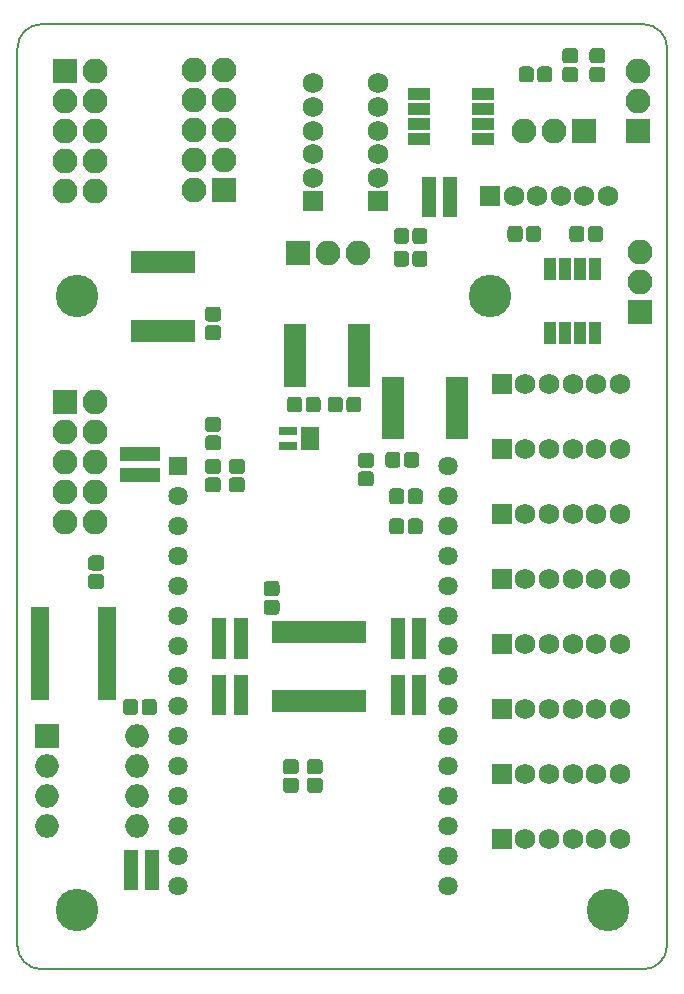
<source format=gbr>
G04 #@! TF.GenerationSoftware,KiCad,Pcbnew,(5.0.0-rc2-190-gf634b7565)*
G04 #@! TF.CreationDate,2018-07-09T23:29:34+02:00*
G04 #@! TF.ProjectId,IoP-mux8-1B,496F502D6D7578382D31422E6B696361,rev?*
G04 #@! TF.SameCoordinates,Original*
G04 #@! TF.FileFunction,Soldermask,Top*
G04 #@! TF.FilePolarity,Negative*
%FSLAX46Y46*%
G04 Gerber Fmt 4.6, Leading zero omitted, Abs format (unit mm)*
G04 Created by KiCad (PCBNEW (5.0.0-rc2-190-gf634b7565)) date 07/09/18 23:29:34*
%MOMM*%
%LPD*%
G01*
G04 APERTURE LIST*
%ADD10C,0.200000*%
%ADD11R,1.750000X1.750000*%
%ADD12C,1.750000*%
%ADD13R,2.100000X2.100000*%
%ADD14O,2.100000X2.100000*%
%ADD15R,2.000000X2.000000*%
%ADD16O,2.000000X2.000000*%
%ADD17R,1.500000X0.800000*%
%ADD18C,0.100000*%
%ADD19C,1.275000*%
%ADD20R,1.300000X1.000000*%
%ADD21R,1.925000X1.100000*%
%ADD22R,0.850000X1.875000*%
%ADD23R,1.925000X0.835000*%
%ADD24R,1.600000X0.800000*%
%ADD25R,1.100000X1.925000*%
%ADD26C,1.635000*%
%ADD27R,1.635000X1.635000*%
%ADD28C,3.600000*%
%ADD29R,1.000000X1.300000*%
G04 APERTURE END LIST*
D10*
X180000000Y-125000000D02*
G75*
G02X178000000Y-123000000I0J2000000D01*
G01*
X231000000Y-45000000D02*
G75*
G02X233000000Y-47000000I0J-2000000D01*
G01*
X233000000Y-123000000D02*
G75*
G02X231000000Y-125000000I-2000000J0D01*
G01*
X178000000Y-47000000D02*
G75*
G02X180000000Y-45000000I2000000J0D01*
G01*
X178000000Y-47000000D02*
X178000000Y-123000000D01*
X231000000Y-45000000D02*
X180000000Y-45000000D01*
X233000000Y-123000000D02*
X233000000Y-47000000D01*
X180000000Y-125000000D02*
X231000000Y-125000000D01*
D11*
G04 #@! TO.C,EXT4*
X219000000Y-92000000D03*
D12*
X221000000Y-92000000D03*
X223000000Y-92000000D03*
X225000000Y-92000000D03*
X227000000Y-92000000D03*
X229000000Y-92000000D03*
G04 #@! TD*
D13*
G04 #@! TO.C,JP4*
X201735000Y-64392000D03*
D14*
X204275000Y-64392000D03*
X206815000Y-64392000D03*
G04 #@! TD*
D15*
G04 #@! TO.C,SW1*
X180500000Y-105300000D03*
D16*
X188120000Y-112920000D03*
X180500000Y-107840000D03*
X188120000Y-110380000D03*
X180500000Y-110380000D03*
X188120000Y-107840000D03*
X180500000Y-112920000D03*
X188120000Y-105300000D03*
G04 #@! TD*
D17*
G04 #@! TO.C,IC1*
X185600000Y-101850000D03*
X185600000Y-101200000D03*
X185600000Y-100550000D03*
X185600000Y-99900000D03*
X185600000Y-99250000D03*
X185600000Y-98600000D03*
X185600000Y-97950000D03*
X185600000Y-97300000D03*
X185600000Y-96650000D03*
X185600000Y-96000000D03*
X185600000Y-95350000D03*
X185600000Y-94700000D03*
X179900000Y-94700000D03*
X179900000Y-95350000D03*
X179900000Y-96000000D03*
X179900000Y-96650000D03*
X179900000Y-97300000D03*
X179900000Y-97950000D03*
X179900000Y-98600000D03*
X179900000Y-99250000D03*
X179900000Y-99900000D03*
X179900000Y-100550000D03*
X179900000Y-101200000D03*
X179900000Y-101850000D03*
G04 #@! TD*
D18*
G04 #@! TO.C,R10*
G36*
X185047493Y-89976535D02*
X185078435Y-89981125D01*
X185108778Y-89988725D01*
X185138230Y-89999263D01*
X185166508Y-90012638D01*
X185193338Y-90028719D01*
X185218463Y-90047353D01*
X185241640Y-90068360D01*
X185262647Y-90091537D01*
X185281281Y-90116662D01*
X185297362Y-90143492D01*
X185310737Y-90171770D01*
X185321275Y-90201222D01*
X185328875Y-90231565D01*
X185333465Y-90262507D01*
X185335000Y-90293750D01*
X185335000Y-90931250D01*
X185333465Y-90962493D01*
X185328875Y-90993435D01*
X185321275Y-91023778D01*
X185310737Y-91053230D01*
X185297362Y-91081508D01*
X185281281Y-91108338D01*
X185262647Y-91133463D01*
X185241640Y-91156640D01*
X185218463Y-91177647D01*
X185193338Y-91196281D01*
X185166508Y-91212362D01*
X185138230Y-91225737D01*
X185108778Y-91236275D01*
X185078435Y-91243875D01*
X185047493Y-91248465D01*
X185016250Y-91250000D01*
X184303750Y-91250000D01*
X184272507Y-91248465D01*
X184241565Y-91243875D01*
X184211222Y-91236275D01*
X184181770Y-91225737D01*
X184153492Y-91212362D01*
X184126662Y-91196281D01*
X184101537Y-91177647D01*
X184078360Y-91156640D01*
X184057353Y-91133463D01*
X184038719Y-91108338D01*
X184022638Y-91081508D01*
X184009263Y-91053230D01*
X183998725Y-91023778D01*
X183991125Y-90993435D01*
X183986535Y-90962493D01*
X183985000Y-90931250D01*
X183985000Y-90293750D01*
X183986535Y-90262507D01*
X183991125Y-90231565D01*
X183998725Y-90201222D01*
X184009263Y-90171770D01*
X184022638Y-90143492D01*
X184038719Y-90116662D01*
X184057353Y-90091537D01*
X184078360Y-90068360D01*
X184101537Y-90047353D01*
X184126662Y-90028719D01*
X184153492Y-90012638D01*
X184181770Y-89999263D01*
X184211222Y-89988725D01*
X184241565Y-89981125D01*
X184272507Y-89976535D01*
X184303750Y-89975000D01*
X185016250Y-89975000D01*
X185047493Y-89976535D01*
X185047493Y-89976535D01*
G37*
D19*
X184660000Y-90612500D03*
D18*
G36*
X185047493Y-91551535D02*
X185078435Y-91556125D01*
X185108778Y-91563725D01*
X185138230Y-91574263D01*
X185166508Y-91587638D01*
X185193338Y-91603719D01*
X185218463Y-91622353D01*
X185241640Y-91643360D01*
X185262647Y-91666537D01*
X185281281Y-91691662D01*
X185297362Y-91718492D01*
X185310737Y-91746770D01*
X185321275Y-91776222D01*
X185328875Y-91806565D01*
X185333465Y-91837507D01*
X185335000Y-91868750D01*
X185335000Y-92506250D01*
X185333465Y-92537493D01*
X185328875Y-92568435D01*
X185321275Y-92598778D01*
X185310737Y-92628230D01*
X185297362Y-92656508D01*
X185281281Y-92683338D01*
X185262647Y-92708463D01*
X185241640Y-92731640D01*
X185218463Y-92752647D01*
X185193338Y-92771281D01*
X185166508Y-92787362D01*
X185138230Y-92800737D01*
X185108778Y-92811275D01*
X185078435Y-92818875D01*
X185047493Y-92823465D01*
X185016250Y-92825000D01*
X184303750Y-92825000D01*
X184272507Y-92823465D01*
X184241565Y-92818875D01*
X184211222Y-92811275D01*
X184181770Y-92800737D01*
X184153492Y-92787362D01*
X184126662Y-92771281D01*
X184101537Y-92752647D01*
X184078360Y-92731640D01*
X184057353Y-92708463D01*
X184038719Y-92683338D01*
X184022638Y-92656508D01*
X184009263Y-92628230D01*
X183998725Y-92598778D01*
X183991125Y-92568435D01*
X183986535Y-92537493D01*
X183985000Y-92506250D01*
X183985000Y-91868750D01*
X183986535Y-91837507D01*
X183991125Y-91806565D01*
X183998725Y-91776222D01*
X184009263Y-91746770D01*
X184022638Y-91718492D01*
X184038719Y-91691662D01*
X184057353Y-91666537D01*
X184078360Y-91643360D01*
X184101537Y-91622353D01*
X184126662Y-91603719D01*
X184153492Y-91587638D01*
X184181770Y-91574263D01*
X184211222Y-91563725D01*
X184241565Y-91556125D01*
X184272507Y-91551535D01*
X184303750Y-91550000D01*
X185016250Y-91550000D01*
X185047493Y-91551535D01*
X185047493Y-91551535D01*
G37*
D19*
X184660000Y-92187500D03*
G04 #@! TD*
D18*
G04 #@! TO.C,R19*
G36*
X205259993Y-76520135D02*
X205290935Y-76524725D01*
X205321278Y-76532325D01*
X205350730Y-76542863D01*
X205379008Y-76556238D01*
X205405838Y-76572319D01*
X205430963Y-76590953D01*
X205454140Y-76611960D01*
X205475147Y-76635137D01*
X205493781Y-76660262D01*
X205509862Y-76687092D01*
X205523237Y-76715370D01*
X205533775Y-76744822D01*
X205541375Y-76775165D01*
X205545965Y-76806107D01*
X205547500Y-76837350D01*
X205547500Y-77549850D01*
X205545965Y-77581093D01*
X205541375Y-77612035D01*
X205533775Y-77642378D01*
X205523237Y-77671830D01*
X205509862Y-77700108D01*
X205493781Y-77726938D01*
X205475147Y-77752063D01*
X205454140Y-77775240D01*
X205430963Y-77796247D01*
X205405838Y-77814881D01*
X205379008Y-77830962D01*
X205350730Y-77844337D01*
X205321278Y-77854875D01*
X205290935Y-77862475D01*
X205259993Y-77867065D01*
X205228750Y-77868600D01*
X204591250Y-77868600D01*
X204560007Y-77867065D01*
X204529065Y-77862475D01*
X204498722Y-77854875D01*
X204469270Y-77844337D01*
X204440992Y-77830962D01*
X204414162Y-77814881D01*
X204389037Y-77796247D01*
X204365860Y-77775240D01*
X204344853Y-77752063D01*
X204326219Y-77726938D01*
X204310138Y-77700108D01*
X204296763Y-77671830D01*
X204286225Y-77642378D01*
X204278625Y-77612035D01*
X204274035Y-77581093D01*
X204272500Y-77549850D01*
X204272500Y-76837350D01*
X204274035Y-76806107D01*
X204278625Y-76775165D01*
X204286225Y-76744822D01*
X204296763Y-76715370D01*
X204310138Y-76687092D01*
X204326219Y-76660262D01*
X204344853Y-76635137D01*
X204365860Y-76611960D01*
X204389037Y-76590953D01*
X204414162Y-76572319D01*
X204440992Y-76556238D01*
X204469270Y-76542863D01*
X204498722Y-76532325D01*
X204529065Y-76524725D01*
X204560007Y-76520135D01*
X204591250Y-76518600D01*
X205228750Y-76518600D01*
X205259993Y-76520135D01*
X205259993Y-76520135D01*
G37*
D19*
X204910000Y-77193600D03*
D18*
G36*
X206834993Y-76520135D02*
X206865935Y-76524725D01*
X206896278Y-76532325D01*
X206925730Y-76542863D01*
X206954008Y-76556238D01*
X206980838Y-76572319D01*
X207005963Y-76590953D01*
X207029140Y-76611960D01*
X207050147Y-76635137D01*
X207068781Y-76660262D01*
X207084862Y-76687092D01*
X207098237Y-76715370D01*
X207108775Y-76744822D01*
X207116375Y-76775165D01*
X207120965Y-76806107D01*
X207122500Y-76837350D01*
X207122500Y-77549850D01*
X207120965Y-77581093D01*
X207116375Y-77612035D01*
X207108775Y-77642378D01*
X207098237Y-77671830D01*
X207084862Y-77700108D01*
X207068781Y-77726938D01*
X207050147Y-77752063D01*
X207029140Y-77775240D01*
X207005963Y-77796247D01*
X206980838Y-77814881D01*
X206954008Y-77830962D01*
X206925730Y-77844337D01*
X206896278Y-77854875D01*
X206865935Y-77862475D01*
X206834993Y-77867065D01*
X206803750Y-77868600D01*
X206166250Y-77868600D01*
X206135007Y-77867065D01*
X206104065Y-77862475D01*
X206073722Y-77854875D01*
X206044270Y-77844337D01*
X206015992Y-77830962D01*
X205989162Y-77814881D01*
X205964037Y-77796247D01*
X205940860Y-77775240D01*
X205919853Y-77752063D01*
X205901219Y-77726938D01*
X205885138Y-77700108D01*
X205871763Y-77671830D01*
X205861225Y-77642378D01*
X205853625Y-77612035D01*
X205849035Y-77581093D01*
X205847500Y-77549850D01*
X205847500Y-76837350D01*
X205849035Y-76806107D01*
X205853625Y-76775165D01*
X205861225Y-76744822D01*
X205871763Y-76715370D01*
X205885138Y-76687092D01*
X205901219Y-76660262D01*
X205919853Y-76635137D01*
X205940860Y-76611960D01*
X205964037Y-76590953D01*
X205989162Y-76572319D01*
X206015992Y-76556238D01*
X206044270Y-76542863D01*
X206073722Y-76532325D01*
X206104065Y-76524725D01*
X206135007Y-76520135D01*
X206166250Y-76518600D01*
X206803750Y-76518600D01*
X206834993Y-76520135D01*
X206834993Y-76520135D01*
G37*
D19*
X206485000Y-77193600D03*
G04 #@! TD*
D20*
G04 #@! TO.C,R13*
X214625000Y-60825000D03*
X214625000Y-60025000D03*
X214625000Y-59225000D03*
X214625000Y-58425000D03*
X212825000Y-60825000D03*
X212825000Y-60025000D03*
X212825000Y-59225000D03*
X212825000Y-58425000D03*
G04 #@! TD*
G04 #@! TO.C,R5*
X189400000Y-117800000D03*
X189400000Y-117000000D03*
X189400000Y-116200000D03*
X189400000Y-115400000D03*
X187600000Y-117800000D03*
X187600000Y-117000000D03*
X187600000Y-116200000D03*
X187600000Y-115400000D03*
G04 #@! TD*
D12*
G04 #@! TO.C,MASTER0*
X228000000Y-59500000D03*
X226000000Y-59500000D03*
X224000000Y-59500000D03*
X222000000Y-59500000D03*
X220000000Y-59500000D03*
D11*
X218000000Y-59500000D03*
G04 #@! TD*
D21*
G04 #@! TO.C,IC8*
X211988000Y-54720000D03*
X211988000Y-53450000D03*
X211988000Y-52180000D03*
X211988000Y-50910000D03*
X217412000Y-50910000D03*
X217412000Y-52180000D03*
X217412000Y-53450000D03*
X217412000Y-54720000D03*
G04 #@! TD*
D22*
G04 #@! TO.C,IC3*
X199975000Y-102338000D03*
X200625000Y-102338000D03*
X201275000Y-102338000D03*
X201925000Y-102338000D03*
X202575000Y-102338000D03*
X203225000Y-102338000D03*
X203875000Y-102338000D03*
X204525000Y-102338000D03*
X205175000Y-102338000D03*
X205825000Y-102338000D03*
X206475000Y-102338000D03*
X207125000Y-102338000D03*
X207125000Y-96462000D03*
X206475000Y-96462000D03*
X205825000Y-96462000D03*
X205175000Y-96462000D03*
X204525000Y-96462000D03*
X203875000Y-96462000D03*
X203225000Y-96462000D03*
X202575000Y-96462000D03*
X201925000Y-96462000D03*
X201275000Y-96462000D03*
X200625000Y-96462000D03*
X199975000Y-96462000D03*
G04 #@! TD*
D23*
G04 #@! TO.C,IC7*
X209788000Y-79722000D03*
X209788000Y-79088000D03*
X209788000Y-78452000D03*
X209788000Y-77818000D03*
X209788000Y-77182000D03*
X209788000Y-76548000D03*
X209788000Y-75912000D03*
X209788000Y-75278000D03*
X215212000Y-75278000D03*
X215212000Y-75912000D03*
X215212000Y-76548000D03*
X215212000Y-77182000D03*
X215212000Y-77818000D03*
X215212000Y-78452000D03*
X215212000Y-79088000D03*
X215212000Y-79722000D03*
G04 #@! TD*
D24*
G04 #@! TO.C,IC6*
X202800000Y-80700000D03*
X202800000Y-80050000D03*
X202800000Y-79400000D03*
X200900000Y-79400000D03*
X200900000Y-80700000D03*
G04 #@! TD*
D25*
G04 #@! TO.C,IC4*
X226905000Y-65688000D03*
X225635000Y-65688000D03*
X224365000Y-65688000D03*
X223095000Y-65688000D03*
X223095000Y-71112000D03*
X224365000Y-71112000D03*
X225635000Y-71112000D03*
X226905000Y-71112000D03*
G04 #@! TD*
D22*
G04 #@! TO.C,IC2*
X188025000Y-70988000D03*
X188675000Y-70988000D03*
X189325000Y-70988000D03*
X189975000Y-70988000D03*
X190625000Y-70988000D03*
X191275000Y-70988000D03*
X191925000Y-70988000D03*
X192575000Y-70988000D03*
X192575000Y-65112000D03*
X191925000Y-65112000D03*
X191275000Y-65112000D03*
X190625000Y-65112000D03*
X189975000Y-65112000D03*
X189325000Y-65112000D03*
X188675000Y-65112000D03*
X188025000Y-65112000D03*
G04 #@! TD*
D23*
G04 #@! TO.C,IC5*
X201476000Y-70831000D03*
X201476000Y-71465000D03*
X201476000Y-72101000D03*
X201476000Y-72735000D03*
X201476000Y-73371000D03*
X201476000Y-74005000D03*
X201476000Y-74641000D03*
X201476000Y-75275000D03*
X206900000Y-75275000D03*
X206900000Y-74641000D03*
X206900000Y-74005000D03*
X206900000Y-73371000D03*
X206900000Y-72735000D03*
X206900000Y-72101000D03*
X206900000Y-71465000D03*
X206900000Y-70831000D03*
G04 #@! TD*
D18*
G04 #@! TO.C,C10*
G36*
X196966293Y-83364835D02*
X196997235Y-83369425D01*
X197027578Y-83377025D01*
X197057030Y-83387563D01*
X197085308Y-83400938D01*
X197112138Y-83417019D01*
X197137263Y-83435653D01*
X197160440Y-83456660D01*
X197181447Y-83479837D01*
X197200081Y-83504962D01*
X197216162Y-83531792D01*
X197229537Y-83560070D01*
X197240075Y-83589522D01*
X197247675Y-83619865D01*
X197252265Y-83650807D01*
X197253800Y-83682050D01*
X197253800Y-84319550D01*
X197252265Y-84350793D01*
X197247675Y-84381735D01*
X197240075Y-84412078D01*
X197229537Y-84441530D01*
X197216162Y-84469808D01*
X197200081Y-84496638D01*
X197181447Y-84521763D01*
X197160440Y-84544940D01*
X197137263Y-84565947D01*
X197112138Y-84584581D01*
X197085308Y-84600662D01*
X197057030Y-84614037D01*
X197027578Y-84624575D01*
X196997235Y-84632175D01*
X196966293Y-84636765D01*
X196935050Y-84638300D01*
X196222550Y-84638300D01*
X196191307Y-84636765D01*
X196160365Y-84632175D01*
X196130022Y-84624575D01*
X196100570Y-84614037D01*
X196072292Y-84600662D01*
X196045462Y-84584581D01*
X196020337Y-84565947D01*
X195997160Y-84544940D01*
X195976153Y-84521763D01*
X195957519Y-84496638D01*
X195941438Y-84469808D01*
X195928063Y-84441530D01*
X195917525Y-84412078D01*
X195909925Y-84381735D01*
X195905335Y-84350793D01*
X195903800Y-84319550D01*
X195903800Y-83682050D01*
X195905335Y-83650807D01*
X195909925Y-83619865D01*
X195917525Y-83589522D01*
X195928063Y-83560070D01*
X195941438Y-83531792D01*
X195957519Y-83504962D01*
X195976153Y-83479837D01*
X195997160Y-83456660D01*
X196020337Y-83435653D01*
X196045462Y-83417019D01*
X196072292Y-83400938D01*
X196100570Y-83387563D01*
X196130022Y-83377025D01*
X196160365Y-83369425D01*
X196191307Y-83364835D01*
X196222550Y-83363300D01*
X196935050Y-83363300D01*
X196966293Y-83364835D01*
X196966293Y-83364835D01*
G37*
D19*
X196578800Y-84000800D03*
D18*
G36*
X196966293Y-81789835D02*
X196997235Y-81794425D01*
X197027578Y-81802025D01*
X197057030Y-81812563D01*
X197085308Y-81825938D01*
X197112138Y-81842019D01*
X197137263Y-81860653D01*
X197160440Y-81881660D01*
X197181447Y-81904837D01*
X197200081Y-81929962D01*
X197216162Y-81956792D01*
X197229537Y-81985070D01*
X197240075Y-82014522D01*
X197247675Y-82044865D01*
X197252265Y-82075807D01*
X197253800Y-82107050D01*
X197253800Y-82744550D01*
X197252265Y-82775793D01*
X197247675Y-82806735D01*
X197240075Y-82837078D01*
X197229537Y-82866530D01*
X197216162Y-82894808D01*
X197200081Y-82921638D01*
X197181447Y-82946763D01*
X197160440Y-82969940D01*
X197137263Y-82990947D01*
X197112138Y-83009581D01*
X197085308Y-83025662D01*
X197057030Y-83039037D01*
X197027578Y-83049575D01*
X196997235Y-83057175D01*
X196966293Y-83061765D01*
X196935050Y-83063300D01*
X196222550Y-83063300D01*
X196191307Y-83061765D01*
X196160365Y-83057175D01*
X196130022Y-83049575D01*
X196100570Y-83039037D01*
X196072292Y-83025662D01*
X196045462Y-83009581D01*
X196020337Y-82990947D01*
X195997160Y-82969940D01*
X195976153Y-82946763D01*
X195957519Y-82921638D01*
X195941438Y-82894808D01*
X195928063Y-82866530D01*
X195917525Y-82837078D01*
X195909925Y-82806735D01*
X195905335Y-82775793D01*
X195903800Y-82744550D01*
X195903800Y-82107050D01*
X195905335Y-82075807D01*
X195909925Y-82044865D01*
X195917525Y-82014522D01*
X195928063Y-81985070D01*
X195941438Y-81956792D01*
X195957519Y-81929962D01*
X195976153Y-81904837D01*
X195997160Y-81881660D01*
X196020337Y-81860653D01*
X196045462Y-81842019D01*
X196072292Y-81825938D01*
X196100570Y-81812563D01*
X196130022Y-81802025D01*
X196160365Y-81794425D01*
X196191307Y-81789835D01*
X196222550Y-81788300D01*
X196935050Y-81788300D01*
X196966293Y-81789835D01*
X196966293Y-81789835D01*
G37*
D19*
X196578800Y-82425800D03*
G04 #@! TD*
D18*
G04 #@! TO.C,R18*
G36*
X194947493Y-78233835D02*
X194978435Y-78238425D01*
X195008778Y-78246025D01*
X195038230Y-78256563D01*
X195066508Y-78269938D01*
X195093338Y-78286019D01*
X195118463Y-78304653D01*
X195141640Y-78325660D01*
X195162647Y-78348837D01*
X195181281Y-78373962D01*
X195197362Y-78400792D01*
X195210737Y-78429070D01*
X195221275Y-78458522D01*
X195228875Y-78488865D01*
X195233465Y-78519807D01*
X195235000Y-78551050D01*
X195235000Y-79188550D01*
X195233465Y-79219793D01*
X195228875Y-79250735D01*
X195221275Y-79281078D01*
X195210737Y-79310530D01*
X195197362Y-79338808D01*
X195181281Y-79365638D01*
X195162647Y-79390763D01*
X195141640Y-79413940D01*
X195118463Y-79434947D01*
X195093338Y-79453581D01*
X195066508Y-79469662D01*
X195038230Y-79483037D01*
X195008778Y-79493575D01*
X194978435Y-79501175D01*
X194947493Y-79505765D01*
X194916250Y-79507300D01*
X194203750Y-79507300D01*
X194172507Y-79505765D01*
X194141565Y-79501175D01*
X194111222Y-79493575D01*
X194081770Y-79483037D01*
X194053492Y-79469662D01*
X194026662Y-79453581D01*
X194001537Y-79434947D01*
X193978360Y-79413940D01*
X193957353Y-79390763D01*
X193938719Y-79365638D01*
X193922638Y-79338808D01*
X193909263Y-79310530D01*
X193898725Y-79281078D01*
X193891125Y-79250735D01*
X193886535Y-79219793D01*
X193885000Y-79188550D01*
X193885000Y-78551050D01*
X193886535Y-78519807D01*
X193891125Y-78488865D01*
X193898725Y-78458522D01*
X193909263Y-78429070D01*
X193922638Y-78400792D01*
X193938719Y-78373962D01*
X193957353Y-78348837D01*
X193978360Y-78325660D01*
X194001537Y-78304653D01*
X194026662Y-78286019D01*
X194053492Y-78269938D01*
X194081770Y-78256563D01*
X194111222Y-78246025D01*
X194141565Y-78238425D01*
X194172507Y-78233835D01*
X194203750Y-78232300D01*
X194916250Y-78232300D01*
X194947493Y-78233835D01*
X194947493Y-78233835D01*
G37*
D19*
X194560000Y-78869800D03*
D18*
G36*
X194947493Y-79808835D02*
X194978435Y-79813425D01*
X195008778Y-79821025D01*
X195038230Y-79831563D01*
X195066508Y-79844938D01*
X195093338Y-79861019D01*
X195118463Y-79879653D01*
X195141640Y-79900660D01*
X195162647Y-79923837D01*
X195181281Y-79948962D01*
X195197362Y-79975792D01*
X195210737Y-80004070D01*
X195221275Y-80033522D01*
X195228875Y-80063865D01*
X195233465Y-80094807D01*
X195235000Y-80126050D01*
X195235000Y-80763550D01*
X195233465Y-80794793D01*
X195228875Y-80825735D01*
X195221275Y-80856078D01*
X195210737Y-80885530D01*
X195197362Y-80913808D01*
X195181281Y-80940638D01*
X195162647Y-80965763D01*
X195141640Y-80988940D01*
X195118463Y-81009947D01*
X195093338Y-81028581D01*
X195066508Y-81044662D01*
X195038230Y-81058037D01*
X195008778Y-81068575D01*
X194978435Y-81076175D01*
X194947493Y-81080765D01*
X194916250Y-81082300D01*
X194203750Y-81082300D01*
X194172507Y-81080765D01*
X194141565Y-81076175D01*
X194111222Y-81068575D01*
X194081770Y-81058037D01*
X194053492Y-81044662D01*
X194026662Y-81028581D01*
X194001537Y-81009947D01*
X193978360Y-80988940D01*
X193957353Y-80965763D01*
X193938719Y-80940638D01*
X193922638Y-80913808D01*
X193909263Y-80885530D01*
X193898725Y-80856078D01*
X193891125Y-80825735D01*
X193886535Y-80794793D01*
X193885000Y-80763550D01*
X193885000Y-80126050D01*
X193886535Y-80094807D01*
X193891125Y-80063865D01*
X193898725Y-80033522D01*
X193909263Y-80004070D01*
X193922638Y-79975792D01*
X193938719Y-79948962D01*
X193957353Y-79923837D01*
X193978360Y-79900660D01*
X194001537Y-79879653D01*
X194026662Y-79861019D01*
X194053492Y-79844938D01*
X194081770Y-79831563D01*
X194111222Y-79821025D01*
X194141565Y-79813425D01*
X194172507Y-79808835D01*
X194203750Y-79807300D01*
X194916250Y-79807300D01*
X194947493Y-79808835D01*
X194947493Y-79808835D01*
G37*
D19*
X194560000Y-80444800D03*
G04 #@! TD*
D18*
G04 #@! TO.C,R17*
G36*
X194934293Y-81790035D02*
X194965235Y-81794625D01*
X194995578Y-81802225D01*
X195025030Y-81812763D01*
X195053308Y-81826138D01*
X195080138Y-81842219D01*
X195105263Y-81860853D01*
X195128440Y-81881860D01*
X195149447Y-81905037D01*
X195168081Y-81930162D01*
X195184162Y-81956992D01*
X195197537Y-81985270D01*
X195208075Y-82014722D01*
X195215675Y-82045065D01*
X195220265Y-82076007D01*
X195221800Y-82107250D01*
X195221800Y-82744750D01*
X195220265Y-82775993D01*
X195215675Y-82806935D01*
X195208075Y-82837278D01*
X195197537Y-82866730D01*
X195184162Y-82895008D01*
X195168081Y-82921838D01*
X195149447Y-82946963D01*
X195128440Y-82970140D01*
X195105263Y-82991147D01*
X195080138Y-83009781D01*
X195053308Y-83025862D01*
X195025030Y-83039237D01*
X194995578Y-83049775D01*
X194965235Y-83057375D01*
X194934293Y-83061965D01*
X194903050Y-83063500D01*
X194190550Y-83063500D01*
X194159307Y-83061965D01*
X194128365Y-83057375D01*
X194098022Y-83049775D01*
X194068570Y-83039237D01*
X194040292Y-83025862D01*
X194013462Y-83009781D01*
X193988337Y-82991147D01*
X193965160Y-82970140D01*
X193944153Y-82946963D01*
X193925519Y-82921838D01*
X193909438Y-82895008D01*
X193896063Y-82866730D01*
X193885525Y-82837278D01*
X193877925Y-82806935D01*
X193873335Y-82775993D01*
X193871800Y-82744750D01*
X193871800Y-82107250D01*
X193873335Y-82076007D01*
X193877925Y-82045065D01*
X193885525Y-82014722D01*
X193896063Y-81985270D01*
X193909438Y-81956992D01*
X193925519Y-81930162D01*
X193944153Y-81905037D01*
X193965160Y-81881860D01*
X193988337Y-81860853D01*
X194013462Y-81842219D01*
X194040292Y-81826138D01*
X194068570Y-81812763D01*
X194098022Y-81802225D01*
X194128365Y-81794625D01*
X194159307Y-81790035D01*
X194190550Y-81788500D01*
X194903050Y-81788500D01*
X194934293Y-81790035D01*
X194934293Y-81790035D01*
G37*
D19*
X194546800Y-82426000D03*
D18*
G36*
X194934293Y-83365035D02*
X194965235Y-83369625D01*
X194995578Y-83377225D01*
X195025030Y-83387763D01*
X195053308Y-83401138D01*
X195080138Y-83417219D01*
X195105263Y-83435853D01*
X195128440Y-83456860D01*
X195149447Y-83480037D01*
X195168081Y-83505162D01*
X195184162Y-83531992D01*
X195197537Y-83560270D01*
X195208075Y-83589722D01*
X195215675Y-83620065D01*
X195220265Y-83651007D01*
X195221800Y-83682250D01*
X195221800Y-84319750D01*
X195220265Y-84350993D01*
X195215675Y-84381935D01*
X195208075Y-84412278D01*
X195197537Y-84441730D01*
X195184162Y-84470008D01*
X195168081Y-84496838D01*
X195149447Y-84521963D01*
X195128440Y-84545140D01*
X195105263Y-84566147D01*
X195080138Y-84584781D01*
X195053308Y-84600862D01*
X195025030Y-84614237D01*
X194995578Y-84624775D01*
X194965235Y-84632375D01*
X194934293Y-84636965D01*
X194903050Y-84638500D01*
X194190550Y-84638500D01*
X194159307Y-84636965D01*
X194128365Y-84632375D01*
X194098022Y-84624775D01*
X194068570Y-84614237D01*
X194040292Y-84600862D01*
X194013462Y-84584781D01*
X193988337Y-84566147D01*
X193965160Y-84545140D01*
X193944153Y-84521963D01*
X193925519Y-84496838D01*
X193909438Y-84470008D01*
X193896063Y-84441730D01*
X193885525Y-84412278D01*
X193877925Y-84381935D01*
X193873335Y-84350993D01*
X193871800Y-84319750D01*
X193871800Y-83682250D01*
X193873335Y-83651007D01*
X193877925Y-83620065D01*
X193885525Y-83589722D01*
X193896063Y-83560270D01*
X193909438Y-83531992D01*
X193925519Y-83505162D01*
X193944153Y-83480037D01*
X193965160Y-83456860D01*
X193988337Y-83435853D01*
X194013462Y-83417219D01*
X194040292Y-83401138D01*
X194068570Y-83387763D01*
X194098022Y-83377225D01*
X194128365Y-83369625D01*
X194159307Y-83365035D01*
X194190550Y-83363500D01*
X194903050Y-83363500D01*
X194934293Y-83365035D01*
X194934293Y-83365035D01*
G37*
D19*
X194546800Y-84001000D03*
G04 #@! TD*
D26*
G04 #@! TO.C,U1*
X214430000Y-82440000D03*
X214430000Y-84980000D03*
X214430000Y-87520000D03*
X214430000Y-90060000D03*
X214430000Y-92600000D03*
X214430000Y-95140000D03*
X214430000Y-97680000D03*
X214430000Y-100220000D03*
X214430000Y-102760000D03*
X214430000Y-105300000D03*
X214430000Y-107840000D03*
X214430000Y-110380000D03*
X214430000Y-112920000D03*
X214430000Y-115460000D03*
X214430000Y-118000000D03*
X191570000Y-118000000D03*
X191570000Y-115460000D03*
X191570000Y-112920000D03*
X191570000Y-110380000D03*
X191570000Y-107840000D03*
X191570000Y-105300000D03*
X191570000Y-102760000D03*
X191570000Y-100220000D03*
X191570000Y-97680000D03*
X191570000Y-95140000D03*
X191570000Y-92600000D03*
X191570000Y-90060000D03*
X191570000Y-87520000D03*
X191570000Y-84980000D03*
D27*
X191570000Y-82440000D03*
G04 #@! TD*
D13*
G04 #@! TO.C,J1*
X182000000Y-49000000D03*
D14*
X184540000Y-49000000D03*
X182000000Y-51540000D03*
X184540000Y-51540000D03*
X182000000Y-54080000D03*
X184540000Y-54080000D03*
X182000000Y-56620000D03*
X184540000Y-56620000D03*
X182000000Y-59160000D03*
X184540000Y-59160000D03*
G04 #@! TD*
G04 #@! TO.C,J3*
X192960000Y-48840000D03*
X195500000Y-48840000D03*
X192960000Y-51380000D03*
X195500000Y-51380000D03*
X192960000Y-53920000D03*
X195500000Y-53920000D03*
X192960000Y-56460000D03*
X195500000Y-56460000D03*
X192960000Y-59000000D03*
D13*
X195500000Y-59000000D03*
G04 #@! TD*
D28*
G04 #@! TO.C,MK4*
X228000000Y-120000000D03*
G04 #@! TD*
G04 #@! TO.C,MK3*
X218000000Y-68000000D03*
G04 #@! TD*
G04 #@! TO.C,MK2*
X183000000Y-120000000D03*
G04 #@! TD*
G04 #@! TO.C,MK1*
X183000000Y-68000000D03*
G04 #@! TD*
D18*
G04 #@! TO.C,C2*
G36*
X187921893Y-102130735D02*
X187952835Y-102135325D01*
X187983178Y-102142925D01*
X188012630Y-102153463D01*
X188040908Y-102166838D01*
X188067738Y-102182919D01*
X188092863Y-102201553D01*
X188116040Y-102222560D01*
X188137047Y-102245737D01*
X188155681Y-102270862D01*
X188171762Y-102297692D01*
X188185137Y-102325970D01*
X188195675Y-102355422D01*
X188203275Y-102385765D01*
X188207865Y-102416707D01*
X188209400Y-102447950D01*
X188209400Y-103160450D01*
X188207865Y-103191693D01*
X188203275Y-103222635D01*
X188195675Y-103252978D01*
X188185137Y-103282430D01*
X188171762Y-103310708D01*
X188155681Y-103337538D01*
X188137047Y-103362663D01*
X188116040Y-103385840D01*
X188092863Y-103406847D01*
X188067738Y-103425481D01*
X188040908Y-103441562D01*
X188012630Y-103454937D01*
X187983178Y-103465475D01*
X187952835Y-103473075D01*
X187921893Y-103477665D01*
X187890650Y-103479200D01*
X187253150Y-103479200D01*
X187221907Y-103477665D01*
X187190965Y-103473075D01*
X187160622Y-103465475D01*
X187131170Y-103454937D01*
X187102892Y-103441562D01*
X187076062Y-103425481D01*
X187050937Y-103406847D01*
X187027760Y-103385840D01*
X187006753Y-103362663D01*
X186988119Y-103337538D01*
X186972038Y-103310708D01*
X186958663Y-103282430D01*
X186948125Y-103252978D01*
X186940525Y-103222635D01*
X186935935Y-103191693D01*
X186934400Y-103160450D01*
X186934400Y-102447950D01*
X186935935Y-102416707D01*
X186940525Y-102385765D01*
X186948125Y-102355422D01*
X186958663Y-102325970D01*
X186972038Y-102297692D01*
X186988119Y-102270862D01*
X187006753Y-102245737D01*
X187027760Y-102222560D01*
X187050937Y-102201553D01*
X187076062Y-102182919D01*
X187102892Y-102166838D01*
X187131170Y-102153463D01*
X187160622Y-102142925D01*
X187190965Y-102135325D01*
X187221907Y-102130735D01*
X187253150Y-102129200D01*
X187890650Y-102129200D01*
X187921893Y-102130735D01*
X187921893Y-102130735D01*
G37*
D19*
X187571900Y-102804200D03*
D18*
G36*
X189496893Y-102130735D02*
X189527835Y-102135325D01*
X189558178Y-102142925D01*
X189587630Y-102153463D01*
X189615908Y-102166838D01*
X189642738Y-102182919D01*
X189667863Y-102201553D01*
X189691040Y-102222560D01*
X189712047Y-102245737D01*
X189730681Y-102270862D01*
X189746762Y-102297692D01*
X189760137Y-102325970D01*
X189770675Y-102355422D01*
X189778275Y-102385765D01*
X189782865Y-102416707D01*
X189784400Y-102447950D01*
X189784400Y-103160450D01*
X189782865Y-103191693D01*
X189778275Y-103222635D01*
X189770675Y-103252978D01*
X189760137Y-103282430D01*
X189746762Y-103310708D01*
X189730681Y-103337538D01*
X189712047Y-103362663D01*
X189691040Y-103385840D01*
X189667863Y-103406847D01*
X189642738Y-103425481D01*
X189615908Y-103441562D01*
X189587630Y-103454937D01*
X189558178Y-103465475D01*
X189527835Y-103473075D01*
X189496893Y-103477665D01*
X189465650Y-103479200D01*
X188828150Y-103479200D01*
X188796907Y-103477665D01*
X188765965Y-103473075D01*
X188735622Y-103465475D01*
X188706170Y-103454937D01*
X188677892Y-103441562D01*
X188651062Y-103425481D01*
X188625937Y-103406847D01*
X188602760Y-103385840D01*
X188581753Y-103362663D01*
X188563119Y-103337538D01*
X188547038Y-103310708D01*
X188533663Y-103282430D01*
X188523125Y-103252978D01*
X188515525Y-103222635D01*
X188510935Y-103191693D01*
X188509400Y-103160450D01*
X188509400Y-102447950D01*
X188510935Y-102416707D01*
X188515525Y-102385765D01*
X188523125Y-102355422D01*
X188533663Y-102325970D01*
X188547038Y-102297692D01*
X188563119Y-102270862D01*
X188581753Y-102245737D01*
X188602760Y-102222560D01*
X188625937Y-102201553D01*
X188651062Y-102182919D01*
X188677892Y-102166838D01*
X188706170Y-102153463D01*
X188735622Y-102142925D01*
X188765965Y-102135325D01*
X188796907Y-102130735D01*
X188828150Y-102129200D01*
X189465650Y-102129200D01*
X189496893Y-102130735D01*
X189496893Y-102130735D01*
G37*
D19*
X189146900Y-102804200D03*
G04 #@! TD*
D18*
G04 #@! TO.C,C3*
G36*
X201523093Y-108797635D02*
X201554035Y-108802225D01*
X201584378Y-108809825D01*
X201613830Y-108820363D01*
X201642108Y-108833738D01*
X201668938Y-108849819D01*
X201694063Y-108868453D01*
X201717240Y-108889460D01*
X201738247Y-108912637D01*
X201756881Y-108937762D01*
X201772962Y-108964592D01*
X201786337Y-108992870D01*
X201796875Y-109022322D01*
X201804475Y-109052665D01*
X201809065Y-109083607D01*
X201810600Y-109114850D01*
X201810600Y-109752350D01*
X201809065Y-109783593D01*
X201804475Y-109814535D01*
X201796875Y-109844878D01*
X201786337Y-109874330D01*
X201772962Y-109902608D01*
X201756881Y-109929438D01*
X201738247Y-109954563D01*
X201717240Y-109977740D01*
X201694063Y-109998747D01*
X201668938Y-110017381D01*
X201642108Y-110033462D01*
X201613830Y-110046837D01*
X201584378Y-110057375D01*
X201554035Y-110064975D01*
X201523093Y-110069565D01*
X201491850Y-110071100D01*
X200779350Y-110071100D01*
X200748107Y-110069565D01*
X200717165Y-110064975D01*
X200686822Y-110057375D01*
X200657370Y-110046837D01*
X200629092Y-110033462D01*
X200602262Y-110017381D01*
X200577137Y-109998747D01*
X200553960Y-109977740D01*
X200532953Y-109954563D01*
X200514319Y-109929438D01*
X200498238Y-109902608D01*
X200484863Y-109874330D01*
X200474325Y-109844878D01*
X200466725Y-109814535D01*
X200462135Y-109783593D01*
X200460600Y-109752350D01*
X200460600Y-109114850D01*
X200462135Y-109083607D01*
X200466725Y-109052665D01*
X200474325Y-109022322D01*
X200484863Y-108992870D01*
X200498238Y-108964592D01*
X200514319Y-108937762D01*
X200532953Y-108912637D01*
X200553960Y-108889460D01*
X200577137Y-108868453D01*
X200602262Y-108849819D01*
X200629092Y-108833738D01*
X200657370Y-108820363D01*
X200686822Y-108809825D01*
X200717165Y-108802225D01*
X200748107Y-108797635D01*
X200779350Y-108796100D01*
X201491850Y-108796100D01*
X201523093Y-108797635D01*
X201523093Y-108797635D01*
G37*
D19*
X201135600Y-109433600D03*
D18*
G36*
X201523093Y-107222635D02*
X201554035Y-107227225D01*
X201584378Y-107234825D01*
X201613830Y-107245363D01*
X201642108Y-107258738D01*
X201668938Y-107274819D01*
X201694063Y-107293453D01*
X201717240Y-107314460D01*
X201738247Y-107337637D01*
X201756881Y-107362762D01*
X201772962Y-107389592D01*
X201786337Y-107417870D01*
X201796875Y-107447322D01*
X201804475Y-107477665D01*
X201809065Y-107508607D01*
X201810600Y-107539850D01*
X201810600Y-108177350D01*
X201809065Y-108208593D01*
X201804475Y-108239535D01*
X201796875Y-108269878D01*
X201786337Y-108299330D01*
X201772962Y-108327608D01*
X201756881Y-108354438D01*
X201738247Y-108379563D01*
X201717240Y-108402740D01*
X201694063Y-108423747D01*
X201668938Y-108442381D01*
X201642108Y-108458462D01*
X201613830Y-108471837D01*
X201584378Y-108482375D01*
X201554035Y-108489975D01*
X201523093Y-108494565D01*
X201491850Y-108496100D01*
X200779350Y-108496100D01*
X200748107Y-108494565D01*
X200717165Y-108489975D01*
X200686822Y-108482375D01*
X200657370Y-108471837D01*
X200629092Y-108458462D01*
X200602262Y-108442381D01*
X200577137Y-108423747D01*
X200553960Y-108402740D01*
X200532953Y-108379563D01*
X200514319Y-108354438D01*
X200498238Y-108327608D01*
X200484863Y-108299330D01*
X200474325Y-108269878D01*
X200466725Y-108239535D01*
X200462135Y-108208593D01*
X200460600Y-108177350D01*
X200460600Y-107539850D01*
X200462135Y-107508607D01*
X200466725Y-107477665D01*
X200474325Y-107447322D01*
X200484863Y-107417870D01*
X200498238Y-107389592D01*
X200514319Y-107362762D01*
X200532953Y-107337637D01*
X200553960Y-107314460D01*
X200577137Y-107293453D01*
X200602262Y-107274819D01*
X200629092Y-107258738D01*
X200657370Y-107245363D01*
X200686822Y-107234825D01*
X200717165Y-107227225D01*
X200748107Y-107222635D01*
X200779350Y-107221100D01*
X201491850Y-107221100D01*
X201523093Y-107222635D01*
X201523093Y-107222635D01*
G37*
D19*
X201135600Y-107858600D03*
G04 #@! TD*
D18*
G04 #@! TO.C,C4*
G36*
X199897493Y-92135035D02*
X199928435Y-92139625D01*
X199958778Y-92147225D01*
X199988230Y-92157763D01*
X200016508Y-92171138D01*
X200043338Y-92187219D01*
X200068463Y-92205853D01*
X200091640Y-92226860D01*
X200112647Y-92250037D01*
X200131281Y-92275162D01*
X200147362Y-92301992D01*
X200160737Y-92330270D01*
X200171275Y-92359722D01*
X200178875Y-92390065D01*
X200183465Y-92421007D01*
X200185000Y-92452250D01*
X200185000Y-93089750D01*
X200183465Y-93120993D01*
X200178875Y-93151935D01*
X200171275Y-93182278D01*
X200160737Y-93211730D01*
X200147362Y-93240008D01*
X200131281Y-93266838D01*
X200112647Y-93291963D01*
X200091640Y-93315140D01*
X200068463Y-93336147D01*
X200043338Y-93354781D01*
X200016508Y-93370862D01*
X199988230Y-93384237D01*
X199958778Y-93394775D01*
X199928435Y-93402375D01*
X199897493Y-93406965D01*
X199866250Y-93408500D01*
X199153750Y-93408500D01*
X199122507Y-93406965D01*
X199091565Y-93402375D01*
X199061222Y-93394775D01*
X199031770Y-93384237D01*
X199003492Y-93370862D01*
X198976662Y-93354781D01*
X198951537Y-93336147D01*
X198928360Y-93315140D01*
X198907353Y-93291963D01*
X198888719Y-93266838D01*
X198872638Y-93240008D01*
X198859263Y-93211730D01*
X198848725Y-93182278D01*
X198841125Y-93151935D01*
X198836535Y-93120993D01*
X198835000Y-93089750D01*
X198835000Y-92452250D01*
X198836535Y-92421007D01*
X198841125Y-92390065D01*
X198848725Y-92359722D01*
X198859263Y-92330270D01*
X198872638Y-92301992D01*
X198888719Y-92275162D01*
X198907353Y-92250037D01*
X198928360Y-92226860D01*
X198951537Y-92205853D01*
X198976662Y-92187219D01*
X199003492Y-92171138D01*
X199031770Y-92157763D01*
X199061222Y-92147225D01*
X199091565Y-92139625D01*
X199122507Y-92135035D01*
X199153750Y-92133500D01*
X199866250Y-92133500D01*
X199897493Y-92135035D01*
X199897493Y-92135035D01*
G37*
D19*
X199510000Y-92771000D03*
D18*
G36*
X199897493Y-93710035D02*
X199928435Y-93714625D01*
X199958778Y-93722225D01*
X199988230Y-93732763D01*
X200016508Y-93746138D01*
X200043338Y-93762219D01*
X200068463Y-93780853D01*
X200091640Y-93801860D01*
X200112647Y-93825037D01*
X200131281Y-93850162D01*
X200147362Y-93876992D01*
X200160737Y-93905270D01*
X200171275Y-93934722D01*
X200178875Y-93965065D01*
X200183465Y-93996007D01*
X200185000Y-94027250D01*
X200185000Y-94664750D01*
X200183465Y-94695993D01*
X200178875Y-94726935D01*
X200171275Y-94757278D01*
X200160737Y-94786730D01*
X200147362Y-94815008D01*
X200131281Y-94841838D01*
X200112647Y-94866963D01*
X200091640Y-94890140D01*
X200068463Y-94911147D01*
X200043338Y-94929781D01*
X200016508Y-94945862D01*
X199988230Y-94959237D01*
X199958778Y-94969775D01*
X199928435Y-94977375D01*
X199897493Y-94981965D01*
X199866250Y-94983500D01*
X199153750Y-94983500D01*
X199122507Y-94981965D01*
X199091565Y-94977375D01*
X199061222Y-94969775D01*
X199031770Y-94959237D01*
X199003492Y-94945862D01*
X198976662Y-94929781D01*
X198951537Y-94911147D01*
X198928360Y-94890140D01*
X198907353Y-94866963D01*
X198888719Y-94841838D01*
X198872638Y-94815008D01*
X198859263Y-94786730D01*
X198848725Y-94757278D01*
X198841125Y-94726935D01*
X198836535Y-94695993D01*
X198835000Y-94664750D01*
X198835000Y-94027250D01*
X198836535Y-93996007D01*
X198841125Y-93965065D01*
X198848725Y-93934722D01*
X198859263Y-93905270D01*
X198872638Y-93876992D01*
X198888719Y-93850162D01*
X198907353Y-93825037D01*
X198928360Y-93801860D01*
X198951537Y-93780853D01*
X198976662Y-93762219D01*
X199003492Y-93746138D01*
X199031770Y-93732763D01*
X199061222Y-93722225D01*
X199091565Y-93714625D01*
X199122507Y-93710035D01*
X199153750Y-93708500D01*
X199866250Y-93708500D01*
X199897493Y-93710035D01*
X199897493Y-93710035D01*
G37*
D19*
X199510000Y-94346000D03*
G04 #@! TD*
D18*
G04 #@! TO.C,C5*
G36*
X222049993Y-62076535D02*
X222080935Y-62081125D01*
X222111278Y-62088725D01*
X222140730Y-62099263D01*
X222169008Y-62112638D01*
X222195838Y-62128719D01*
X222220963Y-62147353D01*
X222244140Y-62168360D01*
X222265147Y-62191537D01*
X222283781Y-62216662D01*
X222299862Y-62243492D01*
X222313237Y-62271770D01*
X222323775Y-62301222D01*
X222331375Y-62331565D01*
X222335965Y-62362507D01*
X222337500Y-62393750D01*
X222337500Y-63106250D01*
X222335965Y-63137493D01*
X222331375Y-63168435D01*
X222323775Y-63198778D01*
X222313237Y-63228230D01*
X222299862Y-63256508D01*
X222283781Y-63283338D01*
X222265147Y-63308463D01*
X222244140Y-63331640D01*
X222220963Y-63352647D01*
X222195838Y-63371281D01*
X222169008Y-63387362D01*
X222140730Y-63400737D01*
X222111278Y-63411275D01*
X222080935Y-63418875D01*
X222049993Y-63423465D01*
X222018750Y-63425000D01*
X221381250Y-63425000D01*
X221350007Y-63423465D01*
X221319065Y-63418875D01*
X221288722Y-63411275D01*
X221259270Y-63400737D01*
X221230992Y-63387362D01*
X221204162Y-63371281D01*
X221179037Y-63352647D01*
X221155860Y-63331640D01*
X221134853Y-63308463D01*
X221116219Y-63283338D01*
X221100138Y-63256508D01*
X221086763Y-63228230D01*
X221076225Y-63198778D01*
X221068625Y-63168435D01*
X221064035Y-63137493D01*
X221062500Y-63106250D01*
X221062500Y-62393750D01*
X221064035Y-62362507D01*
X221068625Y-62331565D01*
X221076225Y-62301222D01*
X221086763Y-62271770D01*
X221100138Y-62243492D01*
X221116219Y-62216662D01*
X221134853Y-62191537D01*
X221155860Y-62168360D01*
X221179037Y-62147353D01*
X221204162Y-62128719D01*
X221230992Y-62112638D01*
X221259270Y-62099263D01*
X221288722Y-62088725D01*
X221319065Y-62081125D01*
X221350007Y-62076535D01*
X221381250Y-62075000D01*
X222018750Y-62075000D01*
X222049993Y-62076535D01*
X222049993Y-62076535D01*
G37*
D19*
X221700000Y-62750000D03*
D18*
G36*
X220474993Y-62076535D02*
X220505935Y-62081125D01*
X220536278Y-62088725D01*
X220565730Y-62099263D01*
X220594008Y-62112638D01*
X220620838Y-62128719D01*
X220645963Y-62147353D01*
X220669140Y-62168360D01*
X220690147Y-62191537D01*
X220708781Y-62216662D01*
X220724862Y-62243492D01*
X220738237Y-62271770D01*
X220748775Y-62301222D01*
X220756375Y-62331565D01*
X220760965Y-62362507D01*
X220762500Y-62393750D01*
X220762500Y-63106250D01*
X220760965Y-63137493D01*
X220756375Y-63168435D01*
X220748775Y-63198778D01*
X220738237Y-63228230D01*
X220724862Y-63256508D01*
X220708781Y-63283338D01*
X220690147Y-63308463D01*
X220669140Y-63331640D01*
X220645963Y-63352647D01*
X220620838Y-63371281D01*
X220594008Y-63387362D01*
X220565730Y-63400737D01*
X220536278Y-63411275D01*
X220505935Y-63418875D01*
X220474993Y-63423465D01*
X220443750Y-63425000D01*
X219806250Y-63425000D01*
X219775007Y-63423465D01*
X219744065Y-63418875D01*
X219713722Y-63411275D01*
X219684270Y-63400737D01*
X219655992Y-63387362D01*
X219629162Y-63371281D01*
X219604037Y-63352647D01*
X219580860Y-63331640D01*
X219559853Y-63308463D01*
X219541219Y-63283338D01*
X219525138Y-63256508D01*
X219511763Y-63228230D01*
X219501225Y-63198778D01*
X219493625Y-63168435D01*
X219489035Y-63137493D01*
X219487500Y-63106250D01*
X219487500Y-62393750D01*
X219489035Y-62362507D01*
X219493625Y-62331565D01*
X219501225Y-62301222D01*
X219511763Y-62271770D01*
X219525138Y-62243492D01*
X219541219Y-62216662D01*
X219559853Y-62191537D01*
X219580860Y-62168360D01*
X219604037Y-62147353D01*
X219629162Y-62128719D01*
X219655992Y-62112638D01*
X219684270Y-62099263D01*
X219713722Y-62088725D01*
X219744065Y-62081125D01*
X219775007Y-62076535D01*
X219806250Y-62075000D01*
X220443750Y-62075000D01*
X220474993Y-62076535D01*
X220474993Y-62076535D01*
G37*
D19*
X220125000Y-62750000D03*
G04 #@! TD*
D18*
G04 #@! TO.C,C6*
G36*
X225712493Y-62076535D02*
X225743435Y-62081125D01*
X225773778Y-62088725D01*
X225803230Y-62099263D01*
X225831508Y-62112638D01*
X225858338Y-62128719D01*
X225883463Y-62147353D01*
X225906640Y-62168360D01*
X225927647Y-62191537D01*
X225946281Y-62216662D01*
X225962362Y-62243492D01*
X225975737Y-62271770D01*
X225986275Y-62301222D01*
X225993875Y-62331565D01*
X225998465Y-62362507D01*
X226000000Y-62393750D01*
X226000000Y-63106250D01*
X225998465Y-63137493D01*
X225993875Y-63168435D01*
X225986275Y-63198778D01*
X225975737Y-63228230D01*
X225962362Y-63256508D01*
X225946281Y-63283338D01*
X225927647Y-63308463D01*
X225906640Y-63331640D01*
X225883463Y-63352647D01*
X225858338Y-63371281D01*
X225831508Y-63387362D01*
X225803230Y-63400737D01*
X225773778Y-63411275D01*
X225743435Y-63418875D01*
X225712493Y-63423465D01*
X225681250Y-63425000D01*
X225043750Y-63425000D01*
X225012507Y-63423465D01*
X224981565Y-63418875D01*
X224951222Y-63411275D01*
X224921770Y-63400737D01*
X224893492Y-63387362D01*
X224866662Y-63371281D01*
X224841537Y-63352647D01*
X224818360Y-63331640D01*
X224797353Y-63308463D01*
X224778719Y-63283338D01*
X224762638Y-63256508D01*
X224749263Y-63228230D01*
X224738725Y-63198778D01*
X224731125Y-63168435D01*
X224726535Y-63137493D01*
X224725000Y-63106250D01*
X224725000Y-62393750D01*
X224726535Y-62362507D01*
X224731125Y-62331565D01*
X224738725Y-62301222D01*
X224749263Y-62271770D01*
X224762638Y-62243492D01*
X224778719Y-62216662D01*
X224797353Y-62191537D01*
X224818360Y-62168360D01*
X224841537Y-62147353D01*
X224866662Y-62128719D01*
X224893492Y-62112638D01*
X224921770Y-62099263D01*
X224951222Y-62088725D01*
X224981565Y-62081125D01*
X225012507Y-62076535D01*
X225043750Y-62075000D01*
X225681250Y-62075000D01*
X225712493Y-62076535D01*
X225712493Y-62076535D01*
G37*
D19*
X225362500Y-62750000D03*
D18*
G36*
X227287493Y-62076535D02*
X227318435Y-62081125D01*
X227348778Y-62088725D01*
X227378230Y-62099263D01*
X227406508Y-62112638D01*
X227433338Y-62128719D01*
X227458463Y-62147353D01*
X227481640Y-62168360D01*
X227502647Y-62191537D01*
X227521281Y-62216662D01*
X227537362Y-62243492D01*
X227550737Y-62271770D01*
X227561275Y-62301222D01*
X227568875Y-62331565D01*
X227573465Y-62362507D01*
X227575000Y-62393750D01*
X227575000Y-63106250D01*
X227573465Y-63137493D01*
X227568875Y-63168435D01*
X227561275Y-63198778D01*
X227550737Y-63228230D01*
X227537362Y-63256508D01*
X227521281Y-63283338D01*
X227502647Y-63308463D01*
X227481640Y-63331640D01*
X227458463Y-63352647D01*
X227433338Y-63371281D01*
X227406508Y-63387362D01*
X227378230Y-63400737D01*
X227348778Y-63411275D01*
X227318435Y-63418875D01*
X227287493Y-63423465D01*
X227256250Y-63425000D01*
X226618750Y-63425000D01*
X226587507Y-63423465D01*
X226556565Y-63418875D01*
X226526222Y-63411275D01*
X226496770Y-63400737D01*
X226468492Y-63387362D01*
X226441662Y-63371281D01*
X226416537Y-63352647D01*
X226393360Y-63331640D01*
X226372353Y-63308463D01*
X226353719Y-63283338D01*
X226337638Y-63256508D01*
X226324263Y-63228230D01*
X226313725Y-63198778D01*
X226306125Y-63168435D01*
X226301535Y-63137493D01*
X226300000Y-63106250D01*
X226300000Y-62393750D01*
X226301535Y-62362507D01*
X226306125Y-62331565D01*
X226313725Y-62301222D01*
X226324263Y-62271770D01*
X226337638Y-62243492D01*
X226353719Y-62216662D01*
X226372353Y-62191537D01*
X226393360Y-62168360D01*
X226416537Y-62147353D01*
X226441662Y-62128719D01*
X226468492Y-62112638D01*
X226496770Y-62099263D01*
X226526222Y-62088725D01*
X226556565Y-62081125D01*
X226587507Y-62076535D01*
X226618750Y-62075000D01*
X227256250Y-62075000D01*
X227287493Y-62076535D01*
X227287493Y-62076535D01*
G37*
D19*
X226937500Y-62750000D03*
G04 #@! TD*
D18*
G04 #@! TO.C,C7*
G36*
X194937493Y-70476535D02*
X194968435Y-70481125D01*
X194998778Y-70488725D01*
X195028230Y-70499263D01*
X195056508Y-70512638D01*
X195083338Y-70528719D01*
X195108463Y-70547353D01*
X195131640Y-70568360D01*
X195152647Y-70591537D01*
X195171281Y-70616662D01*
X195187362Y-70643492D01*
X195200737Y-70671770D01*
X195211275Y-70701222D01*
X195218875Y-70731565D01*
X195223465Y-70762507D01*
X195225000Y-70793750D01*
X195225000Y-71431250D01*
X195223465Y-71462493D01*
X195218875Y-71493435D01*
X195211275Y-71523778D01*
X195200737Y-71553230D01*
X195187362Y-71581508D01*
X195171281Y-71608338D01*
X195152647Y-71633463D01*
X195131640Y-71656640D01*
X195108463Y-71677647D01*
X195083338Y-71696281D01*
X195056508Y-71712362D01*
X195028230Y-71725737D01*
X194998778Y-71736275D01*
X194968435Y-71743875D01*
X194937493Y-71748465D01*
X194906250Y-71750000D01*
X194193750Y-71750000D01*
X194162507Y-71748465D01*
X194131565Y-71743875D01*
X194101222Y-71736275D01*
X194071770Y-71725737D01*
X194043492Y-71712362D01*
X194016662Y-71696281D01*
X193991537Y-71677647D01*
X193968360Y-71656640D01*
X193947353Y-71633463D01*
X193928719Y-71608338D01*
X193912638Y-71581508D01*
X193899263Y-71553230D01*
X193888725Y-71523778D01*
X193881125Y-71493435D01*
X193876535Y-71462493D01*
X193875000Y-71431250D01*
X193875000Y-70793750D01*
X193876535Y-70762507D01*
X193881125Y-70731565D01*
X193888725Y-70701222D01*
X193899263Y-70671770D01*
X193912638Y-70643492D01*
X193928719Y-70616662D01*
X193947353Y-70591537D01*
X193968360Y-70568360D01*
X193991537Y-70547353D01*
X194016662Y-70528719D01*
X194043492Y-70512638D01*
X194071770Y-70499263D01*
X194101222Y-70488725D01*
X194131565Y-70481125D01*
X194162507Y-70476535D01*
X194193750Y-70475000D01*
X194906250Y-70475000D01*
X194937493Y-70476535D01*
X194937493Y-70476535D01*
G37*
D19*
X194550000Y-71112500D03*
D18*
G36*
X194937493Y-68901535D02*
X194968435Y-68906125D01*
X194998778Y-68913725D01*
X195028230Y-68924263D01*
X195056508Y-68937638D01*
X195083338Y-68953719D01*
X195108463Y-68972353D01*
X195131640Y-68993360D01*
X195152647Y-69016537D01*
X195171281Y-69041662D01*
X195187362Y-69068492D01*
X195200737Y-69096770D01*
X195211275Y-69126222D01*
X195218875Y-69156565D01*
X195223465Y-69187507D01*
X195225000Y-69218750D01*
X195225000Y-69856250D01*
X195223465Y-69887493D01*
X195218875Y-69918435D01*
X195211275Y-69948778D01*
X195200737Y-69978230D01*
X195187362Y-70006508D01*
X195171281Y-70033338D01*
X195152647Y-70058463D01*
X195131640Y-70081640D01*
X195108463Y-70102647D01*
X195083338Y-70121281D01*
X195056508Y-70137362D01*
X195028230Y-70150737D01*
X194998778Y-70161275D01*
X194968435Y-70168875D01*
X194937493Y-70173465D01*
X194906250Y-70175000D01*
X194193750Y-70175000D01*
X194162507Y-70173465D01*
X194131565Y-70168875D01*
X194101222Y-70161275D01*
X194071770Y-70150737D01*
X194043492Y-70137362D01*
X194016662Y-70121281D01*
X193991537Y-70102647D01*
X193968360Y-70081640D01*
X193947353Y-70058463D01*
X193928719Y-70033338D01*
X193912638Y-70006508D01*
X193899263Y-69978230D01*
X193888725Y-69948778D01*
X193881125Y-69918435D01*
X193876535Y-69887493D01*
X193875000Y-69856250D01*
X193875000Y-69218750D01*
X193876535Y-69187507D01*
X193881125Y-69156565D01*
X193888725Y-69126222D01*
X193899263Y-69096770D01*
X193912638Y-69068492D01*
X193928719Y-69041662D01*
X193947353Y-69016537D01*
X193968360Y-68993360D01*
X193991537Y-68972353D01*
X194016662Y-68953719D01*
X194043492Y-68937638D01*
X194071770Y-68924263D01*
X194101222Y-68913725D01*
X194131565Y-68906125D01*
X194162507Y-68901535D01*
X194193750Y-68900000D01*
X194906250Y-68900000D01*
X194937493Y-68901535D01*
X194937493Y-68901535D01*
G37*
D19*
X194550000Y-69537500D03*
G04 #@! TD*
D18*
G04 #@! TO.C,C8*
G36*
X211711793Y-81193735D02*
X211742735Y-81198325D01*
X211773078Y-81205925D01*
X211802530Y-81216463D01*
X211830808Y-81229838D01*
X211857638Y-81245919D01*
X211882763Y-81264553D01*
X211905940Y-81285560D01*
X211926947Y-81308737D01*
X211945581Y-81333862D01*
X211961662Y-81360692D01*
X211975037Y-81388970D01*
X211985575Y-81418422D01*
X211993175Y-81448765D01*
X211997765Y-81479707D01*
X211999300Y-81510950D01*
X211999300Y-82223450D01*
X211997765Y-82254693D01*
X211993175Y-82285635D01*
X211985575Y-82315978D01*
X211975037Y-82345430D01*
X211961662Y-82373708D01*
X211945581Y-82400538D01*
X211926947Y-82425663D01*
X211905940Y-82448840D01*
X211882763Y-82469847D01*
X211857638Y-82488481D01*
X211830808Y-82504562D01*
X211802530Y-82517937D01*
X211773078Y-82528475D01*
X211742735Y-82536075D01*
X211711793Y-82540665D01*
X211680550Y-82542200D01*
X211043050Y-82542200D01*
X211011807Y-82540665D01*
X210980865Y-82536075D01*
X210950522Y-82528475D01*
X210921070Y-82517937D01*
X210892792Y-82504562D01*
X210865962Y-82488481D01*
X210840837Y-82469847D01*
X210817660Y-82448840D01*
X210796653Y-82425663D01*
X210778019Y-82400538D01*
X210761938Y-82373708D01*
X210748563Y-82345430D01*
X210738025Y-82315978D01*
X210730425Y-82285635D01*
X210725835Y-82254693D01*
X210724300Y-82223450D01*
X210724300Y-81510950D01*
X210725835Y-81479707D01*
X210730425Y-81448765D01*
X210738025Y-81418422D01*
X210748563Y-81388970D01*
X210761938Y-81360692D01*
X210778019Y-81333862D01*
X210796653Y-81308737D01*
X210817660Y-81285560D01*
X210840837Y-81264553D01*
X210865962Y-81245919D01*
X210892792Y-81229838D01*
X210921070Y-81216463D01*
X210950522Y-81205925D01*
X210980865Y-81198325D01*
X211011807Y-81193735D01*
X211043050Y-81192200D01*
X211680550Y-81192200D01*
X211711793Y-81193735D01*
X211711793Y-81193735D01*
G37*
D19*
X211361800Y-81867200D03*
D18*
G36*
X210136793Y-81193735D02*
X210167735Y-81198325D01*
X210198078Y-81205925D01*
X210227530Y-81216463D01*
X210255808Y-81229838D01*
X210282638Y-81245919D01*
X210307763Y-81264553D01*
X210330940Y-81285560D01*
X210351947Y-81308737D01*
X210370581Y-81333862D01*
X210386662Y-81360692D01*
X210400037Y-81388970D01*
X210410575Y-81418422D01*
X210418175Y-81448765D01*
X210422765Y-81479707D01*
X210424300Y-81510950D01*
X210424300Y-82223450D01*
X210422765Y-82254693D01*
X210418175Y-82285635D01*
X210410575Y-82315978D01*
X210400037Y-82345430D01*
X210386662Y-82373708D01*
X210370581Y-82400538D01*
X210351947Y-82425663D01*
X210330940Y-82448840D01*
X210307763Y-82469847D01*
X210282638Y-82488481D01*
X210255808Y-82504562D01*
X210227530Y-82517937D01*
X210198078Y-82528475D01*
X210167735Y-82536075D01*
X210136793Y-82540665D01*
X210105550Y-82542200D01*
X209468050Y-82542200D01*
X209436807Y-82540665D01*
X209405865Y-82536075D01*
X209375522Y-82528475D01*
X209346070Y-82517937D01*
X209317792Y-82504562D01*
X209290962Y-82488481D01*
X209265837Y-82469847D01*
X209242660Y-82448840D01*
X209221653Y-82425663D01*
X209203019Y-82400538D01*
X209186938Y-82373708D01*
X209173563Y-82345430D01*
X209163025Y-82315978D01*
X209155425Y-82285635D01*
X209150835Y-82254693D01*
X209149300Y-82223450D01*
X209149300Y-81510950D01*
X209150835Y-81479707D01*
X209155425Y-81448765D01*
X209163025Y-81418422D01*
X209173563Y-81388970D01*
X209186938Y-81360692D01*
X209203019Y-81333862D01*
X209221653Y-81308737D01*
X209242660Y-81285560D01*
X209265837Y-81264553D01*
X209290962Y-81245919D01*
X209317792Y-81229838D01*
X209346070Y-81216463D01*
X209375522Y-81205925D01*
X209405865Y-81198325D01*
X209436807Y-81193735D01*
X209468050Y-81192200D01*
X210105550Y-81192200D01*
X210136793Y-81193735D01*
X210136793Y-81193735D01*
G37*
D19*
X209786800Y-81867200D03*
G04 #@! TD*
D18*
G04 #@! TO.C,C9*
G36*
X201805593Y-76520135D02*
X201836535Y-76524725D01*
X201866878Y-76532325D01*
X201896330Y-76542863D01*
X201924608Y-76556238D01*
X201951438Y-76572319D01*
X201976563Y-76590953D01*
X201999740Y-76611960D01*
X202020747Y-76635137D01*
X202039381Y-76660262D01*
X202055462Y-76687092D01*
X202068837Y-76715370D01*
X202079375Y-76744822D01*
X202086975Y-76775165D01*
X202091565Y-76806107D01*
X202093100Y-76837350D01*
X202093100Y-77549850D01*
X202091565Y-77581093D01*
X202086975Y-77612035D01*
X202079375Y-77642378D01*
X202068837Y-77671830D01*
X202055462Y-77700108D01*
X202039381Y-77726938D01*
X202020747Y-77752063D01*
X201999740Y-77775240D01*
X201976563Y-77796247D01*
X201951438Y-77814881D01*
X201924608Y-77830962D01*
X201896330Y-77844337D01*
X201866878Y-77854875D01*
X201836535Y-77862475D01*
X201805593Y-77867065D01*
X201774350Y-77868600D01*
X201136850Y-77868600D01*
X201105607Y-77867065D01*
X201074665Y-77862475D01*
X201044322Y-77854875D01*
X201014870Y-77844337D01*
X200986592Y-77830962D01*
X200959762Y-77814881D01*
X200934637Y-77796247D01*
X200911460Y-77775240D01*
X200890453Y-77752063D01*
X200871819Y-77726938D01*
X200855738Y-77700108D01*
X200842363Y-77671830D01*
X200831825Y-77642378D01*
X200824225Y-77612035D01*
X200819635Y-77581093D01*
X200818100Y-77549850D01*
X200818100Y-76837350D01*
X200819635Y-76806107D01*
X200824225Y-76775165D01*
X200831825Y-76744822D01*
X200842363Y-76715370D01*
X200855738Y-76687092D01*
X200871819Y-76660262D01*
X200890453Y-76635137D01*
X200911460Y-76611960D01*
X200934637Y-76590953D01*
X200959762Y-76572319D01*
X200986592Y-76556238D01*
X201014870Y-76542863D01*
X201044322Y-76532325D01*
X201074665Y-76524725D01*
X201105607Y-76520135D01*
X201136850Y-76518600D01*
X201774350Y-76518600D01*
X201805593Y-76520135D01*
X201805593Y-76520135D01*
G37*
D19*
X201455600Y-77193600D03*
D18*
G36*
X203380593Y-76520135D02*
X203411535Y-76524725D01*
X203441878Y-76532325D01*
X203471330Y-76542863D01*
X203499608Y-76556238D01*
X203526438Y-76572319D01*
X203551563Y-76590953D01*
X203574740Y-76611960D01*
X203595747Y-76635137D01*
X203614381Y-76660262D01*
X203630462Y-76687092D01*
X203643837Y-76715370D01*
X203654375Y-76744822D01*
X203661975Y-76775165D01*
X203666565Y-76806107D01*
X203668100Y-76837350D01*
X203668100Y-77549850D01*
X203666565Y-77581093D01*
X203661975Y-77612035D01*
X203654375Y-77642378D01*
X203643837Y-77671830D01*
X203630462Y-77700108D01*
X203614381Y-77726938D01*
X203595747Y-77752063D01*
X203574740Y-77775240D01*
X203551563Y-77796247D01*
X203526438Y-77814881D01*
X203499608Y-77830962D01*
X203471330Y-77844337D01*
X203441878Y-77854875D01*
X203411535Y-77862475D01*
X203380593Y-77867065D01*
X203349350Y-77868600D01*
X202711850Y-77868600D01*
X202680607Y-77867065D01*
X202649665Y-77862475D01*
X202619322Y-77854875D01*
X202589870Y-77844337D01*
X202561592Y-77830962D01*
X202534762Y-77814881D01*
X202509637Y-77796247D01*
X202486460Y-77775240D01*
X202465453Y-77752063D01*
X202446819Y-77726938D01*
X202430738Y-77700108D01*
X202417363Y-77671830D01*
X202406825Y-77642378D01*
X202399225Y-77612035D01*
X202394635Y-77581093D01*
X202393100Y-77549850D01*
X202393100Y-76837350D01*
X202394635Y-76806107D01*
X202399225Y-76775165D01*
X202406825Y-76744822D01*
X202417363Y-76715370D01*
X202430738Y-76687092D01*
X202446819Y-76660262D01*
X202465453Y-76635137D01*
X202486460Y-76611960D01*
X202509637Y-76590953D01*
X202534762Y-76572319D01*
X202561592Y-76556238D01*
X202589870Y-76542863D01*
X202619322Y-76532325D01*
X202649665Y-76524725D01*
X202680607Y-76520135D01*
X202711850Y-76518600D01*
X203349350Y-76518600D01*
X203380593Y-76520135D01*
X203380593Y-76520135D01*
G37*
D19*
X203030600Y-77193600D03*
G04 #@! TD*
D18*
G04 #@! TO.C,C1*
G36*
X227487493Y-48614035D02*
X227518435Y-48618625D01*
X227548778Y-48626225D01*
X227578230Y-48636763D01*
X227606508Y-48650138D01*
X227633338Y-48666219D01*
X227658463Y-48684853D01*
X227681640Y-48705860D01*
X227702647Y-48729037D01*
X227721281Y-48754162D01*
X227737362Y-48780992D01*
X227750737Y-48809270D01*
X227761275Y-48838722D01*
X227768875Y-48869065D01*
X227773465Y-48900007D01*
X227775000Y-48931250D01*
X227775000Y-49568750D01*
X227773465Y-49599993D01*
X227768875Y-49630935D01*
X227761275Y-49661278D01*
X227750737Y-49690730D01*
X227737362Y-49719008D01*
X227721281Y-49745838D01*
X227702647Y-49770963D01*
X227681640Y-49794140D01*
X227658463Y-49815147D01*
X227633338Y-49833781D01*
X227606508Y-49849862D01*
X227578230Y-49863237D01*
X227548778Y-49873775D01*
X227518435Y-49881375D01*
X227487493Y-49885965D01*
X227456250Y-49887500D01*
X226743750Y-49887500D01*
X226712507Y-49885965D01*
X226681565Y-49881375D01*
X226651222Y-49873775D01*
X226621770Y-49863237D01*
X226593492Y-49849862D01*
X226566662Y-49833781D01*
X226541537Y-49815147D01*
X226518360Y-49794140D01*
X226497353Y-49770963D01*
X226478719Y-49745838D01*
X226462638Y-49719008D01*
X226449263Y-49690730D01*
X226438725Y-49661278D01*
X226431125Y-49630935D01*
X226426535Y-49599993D01*
X226425000Y-49568750D01*
X226425000Y-48931250D01*
X226426535Y-48900007D01*
X226431125Y-48869065D01*
X226438725Y-48838722D01*
X226449263Y-48809270D01*
X226462638Y-48780992D01*
X226478719Y-48754162D01*
X226497353Y-48729037D01*
X226518360Y-48705860D01*
X226541537Y-48684853D01*
X226566662Y-48666219D01*
X226593492Y-48650138D01*
X226621770Y-48636763D01*
X226651222Y-48626225D01*
X226681565Y-48618625D01*
X226712507Y-48614035D01*
X226743750Y-48612500D01*
X227456250Y-48612500D01*
X227487493Y-48614035D01*
X227487493Y-48614035D01*
G37*
D19*
X227100000Y-49250000D03*
D18*
G36*
X227487493Y-47039035D02*
X227518435Y-47043625D01*
X227548778Y-47051225D01*
X227578230Y-47061763D01*
X227606508Y-47075138D01*
X227633338Y-47091219D01*
X227658463Y-47109853D01*
X227681640Y-47130860D01*
X227702647Y-47154037D01*
X227721281Y-47179162D01*
X227737362Y-47205992D01*
X227750737Y-47234270D01*
X227761275Y-47263722D01*
X227768875Y-47294065D01*
X227773465Y-47325007D01*
X227775000Y-47356250D01*
X227775000Y-47993750D01*
X227773465Y-48024993D01*
X227768875Y-48055935D01*
X227761275Y-48086278D01*
X227750737Y-48115730D01*
X227737362Y-48144008D01*
X227721281Y-48170838D01*
X227702647Y-48195963D01*
X227681640Y-48219140D01*
X227658463Y-48240147D01*
X227633338Y-48258781D01*
X227606508Y-48274862D01*
X227578230Y-48288237D01*
X227548778Y-48298775D01*
X227518435Y-48306375D01*
X227487493Y-48310965D01*
X227456250Y-48312500D01*
X226743750Y-48312500D01*
X226712507Y-48310965D01*
X226681565Y-48306375D01*
X226651222Y-48298775D01*
X226621770Y-48288237D01*
X226593492Y-48274862D01*
X226566662Y-48258781D01*
X226541537Y-48240147D01*
X226518360Y-48219140D01*
X226497353Y-48195963D01*
X226478719Y-48170838D01*
X226462638Y-48144008D01*
X226449263Y-48115730D01*
X226438725Y-48086278D01*
X226431125Y-48055935D01*
X226426535Y-48024993D01*
X226425000Y-47993750D01*
X226425000Y-47356250D01*
X226426535Y-47325007D01*
X226431125Y-47294065D01*
X226438725Y-47263722D01*
X226449263Y-47234270D01*
X226462638Y-47205992D01*
X226478719Y-47179162D01*
X226497353Y-47154037D01*
X226518360Y-47130860D01*
X226541537Y-47109853D01*
X226566662Y-47091219D01*
X226593492Y-47075138D01*
X226621770Y-47061763D01*
X226651222Y-47051225D01*
X226681565Y-47043625D01*
X226712507Y-47039035D01*
X226743750Y-47037500D01*
X227456250Y-47037500D01*
X227487493Y-47039035D01*
X227487493Y-47039035D01*
G37*
D19*
X227100000Y-47675000D03*
G04 #@! TD*
D13*
G04 #@! TO.C,JP1*
X230700000Y-69400000D03*
D14*
X230700000Y-66860000D03*
X230700000Y-64320000D03*
G04 #@! TD*
G04 #@! TO.C,JP2*
X230500000Y-48920000D03*
X230500000Y-51460000D03*
D13*
X230500000Y-54000000D03*
G04 #@! TD*
G04 #@! TO.C,JP3*
X226000000Y-54000000D03*
D14*
X223460000Y-54000000D03*
X220920000Y-54000000D03*
G04 #@! TD*
D13*
G04 #@! TO.C,J2*
X182000000Y-77000000D03*
D14*
X184540000Y-77000000D03*
X182000000Y-79540000D03*
X184540000Y-79540000D03*
X182000000Y-82080000D03*
X184540000Y-82080000D03*
X182000000Y-84620000D03*
X184540000Y-84620000D03*
X182000000Y-87160000D03*
X184540000Y-87160000D03*
G04 #@! TD*
D18*
G04 #@! TO.C,R15*
G36*
X210847793Y-62245335D02*
X210878735Y-62249925D01*
X210909078Y-62257525D01*
X210938530Y-62268063D01*
X210966808Y-62281438D01*
X210993638Y-62297519D01*
X211018763Y-62316153D01*
X211041940Y-62337160D01*
X211062947Y-62360337D01*
X211081581Y-62385462D01*
X211097662Y-62412292D01*
X211111037Y-62440570D01*
X211121575Y-62470022D01*
X211129175Y-62500365D01*
X211133765Y-62531307D01*
X211135300Y-62562550D01*
X211135300Y-63275050D01*
X211133765Y-63306293D01*
X211129175Y-63337235D01*
X211121575Y-63367578D01*
X211111037Y-63397030D01*
X211097662Y-63425308D01*
X211081581Y-63452138D01*
X211062947Y-63477263D01*
X211041940Y-63500440D01*
X211018763Y-63521447D01*
X210993638Y-63540081D01*
X210966808Y-63556162D01*
X210938530Y-63569537D01*
X210909078Y-63580075D01*
X210878735Y-63587675D01*
X210847793Y-63592265D01*
X210816550Y-63593800D01*
X210179050Y-63593800D01*
X210147807Y-63592265D01*
X210116865Y-63587675D01*
X210086522Y-63580075D01*
X210057070Y-63569537D01*
X210028792Y-63556162D01*
X210001962Y-63540081D01*
X209976837Y-63521447D01*
X209953660Y-63500440D01*
X209932653Y-63477263D01*
X209914019Y-63452138D01*
X209897938Y-63425308D01*
X209884563Y-63397030D01*
X209874025Y-63367578D01*
X209866425Y-63337235D01*
X209861835Y-63306293D01*
X209860300Y-63275050D01*
X209860300Y-62562550D01*
X209861835Y-62531307D01*
X209866425Y-62500365D01*
X209874025Y-62470022D01*
X209884563Y-62440570D01*
X209897938Y-62412292D01*
X209914019Y-62385462D01*
X209932653Y-62360337D01*
X209953660Y-62337160D01*
X209976837Y-62316153D01*
X210001962Y-62297519D01*
X210028792Y-62281438D01*
X210057070Y-62268063D01*
X210086522Y-62257525D01*
X210116865Y-62249925D01*
X210147807Y-62245335D01*
X210179050Y-62243800D01*
X210816550Y-62243800D01*
X210847793Y-62245335D01*
X210847793Y-62245335D01*
G37*
D19*
X210497800Y-62918800D03*
D18*
G36*
X212422793Y-62245335D02*
X212453735Y-62249925D01*
X212484078Y-62257525D01*
X212513530Y-62268063D01*
X212541808Y-62281438D01*
X212568638Y-62297519D01*
X212593763Y-62316153D01*
X212616940Y-62337160D01*
X212637947Y-62360337D01*
X212656581Y-62385462D01*
X212672662Y-62412292D01*
X212686037Y-62440570D01*
X212696575Y-62470022D01*
X212704175Y-62500365D01*
X212708765Y-62531307D01*
X212710300Y-62562550D01*
X212710300Y-63275050D01*
X212708765Y-63306293D01*
X212704175Y-63337235D01*
X212696575Y-63367578D01*
X212686037Y-63397030D01*
X212672662Y-63425308D01*
X212656581Y-63452138D01*
X212637947Y-63477263D01*
X212616940Y-63500440D01*
X212593763Y-63521447D01*
X212568638Y-63540081D01*
X212541808Y-63556162D01*
X212513530Y-63569537D01*
X212484078Y-63580075D01*
X212453735Y-63587675D01*
X212422793Y-63592265D01*
X212391550Y-63593800D01*
X211754050Y-63593800D01*
X211722807Y-63592265D01*
X211691865Y-63587675D01*
X211661522Y-63580075D01*
X211632070Y-63569537D01*
X211603792Y-63556162D01*
X211576962Y-63540081D01*
X211551837Y-63521447D01*
X211528660Y-63500440D01*
X211507653Y-63477263D01*
X211489019Y-63452138D01*
X211472938Y-63425308D01*
X211459563Y-63397030D01*
X211449025Y-63367578D01*
X211441425Y-63337235D01*
X211436835Y-63306293D01*
X211435300Y-63275050D01*
X211435300Y-62562550D01*
X211436835Y-62531307D01*
X211441425Y-62500365D01*
X211449025Y-62470022D01*
X211459563Y-62440570D01*
X211472938Y-62412292D01*
X211489019Y-62385462D01*
X211507653Y-62360337D01*
X211528660Y-62337160D01*
X211551837Y-62316153D01*
X211576962Y-62297519D01*
X211603792Y-62281438D01*
X211632070Y-62268063D01*
X211661522Y-62257525D01*
X211691865Y-62249925D01*
X211722807Y-62245335D01*
X211754050Y-62243800D01*
X212391550Y-62243800D01*
X212422793Y-62245335D01*
X212422793Y-62245335D01*
G37*
D19*
X212072800Y-62918800D03*
G04 #@! TD*
D18*
G04 #@! TO.C,R2*
G36*
X212024993Y-86846535D02*
X212055935Y-86851125D01*
X212086278Y-86858725D01*
X212115730Y-86869263D01*
X212144008Y-86882638D01*
X212170838Y-86898719D01*
X212195963Y-86917353D01*
X212219140Y-86938360D01*
X212240147Y-86961537D01*
X212258781Y-86986662D01*
X212274862Y-87013492D01*
X212288237Y-87041770D01*
X212298775Y-87071222D01*
X212306375Y-87101565D01*
X212310965Y-87132507D01*
X212312500Y-87163750D01*
X212312500Y-87876250D01*
X212310965Y-87907493D01*
X212306375Y-87938435D01*
X212298775Y-87968778D01*
X212288237Y-87998230D01*
X212274862Y-88026508D01*
X212258781Y-88053338D01*
X212240147Y-88078463D01*
X212219140Y-88101640D01*
X212195963Y-88122647D01*
X212170838Y-88141281D01*
X212144008Y-88157362D01*
X212115730Y-88170737D01*
X212086278Y-88181275D01*
X212055935Y-88188875D01*
X212024993Y-88193465D01*
X211993750Y-88195000D01*
X211356250Y-88195000D01*
X211325007Y-88193465D01*
X211294065Y-88188875D01*
X211263722Y-88181275D01*
X211234270Y-88170737D01*
X211205992Y-88157362D01*
X211179162Y-88141281D01*
X211154037Y-88122647D01*
X211130860Y-88101640D01*
X211109853Y-88078463D01*
X211091219Y-88053338D01*
X211075138Y-88026508D01*
X211061763Y-87998230D01*
X211051225Y-87968778D01*
X211043625Y-87938435D01*
X211039035Y-87907493D01*
X211037500Y-87876250D01*
X211037500Y-87163750D01*
X211039035Y-87132507D01*
X211043625Y-87101565D01*
X211051225Y-87071222D01*
X211061763Y-87041770D01*
X211075138Y-87013492D01*
X211091219Y-86986662D01*
X211109853Y-86961537D01*
X211130860Y-86938360D01*
X211154037Y-86917353D01*
X211179162Y-86898719D01*
X211205992Y-86882638D01*
X211234270Y-86869263D01*
X211263722Y-86858725D01*
X211294065Y-86851125D01*
X211325007Y-86846535D01*
X211356250Y-86845000D01*
X211993750Y-86845000D01*
X212024993Y-86846535D01*
X212024993Y-86846535D01*
G37*
D19*
X211675000Y-87520000D03*
D18*
G36*
X210449993Y-86846535D02*
X210480935Y-86851125D01*
X210511278Y-86858725D01*
X210540730Y-86869263D01*
X210569008Y-86882638D01*
X210595838Y-86898719D01*
X210620963Y-86917353D01*
X210644140Y-86938360D01*
X210665147Y-86961537D01*
X210683781Y-86986662D01*
X210699862Y-87013492D01*
X210713237Y-87041770D01*
X210723775Y-87071222D01*
X210731375Y-87101565D01*
X210735965Y-87132507D01*
X210737500Y-87163750D01*
X210737500Y-87876250D01*
X210735965Y-87907493D01*
X210731375Y-87938435D01*
X210723775Y-87968778D01*
X210713237Y-87998230D01*
X210699862Y-88026508D01*
X210683781Y-88053338D01*
X210665147Y-88078463D01*
X210644140Y-88101640D01*
X210620963Y-88122647D01*
X210595838Y-88141281D01*
X210569008Y-88157362D01*
X210540730Y-88170737D01*
X210511278Y-88181275D01*
X210480935Y-88188875D01*
X210449993Y-88193465D01*
X210418750Y-88195000D01*
X209781250Y-88195000D01*
X209750007Y-88193465D01*
X209719065Y-88188875D01*
X209688722Y-88181275D01*
X209659270Y-88170737D01*
X209630992Y-88157362D01*
X209604162Y-88141281D01*
X209579037Y-88122647D01*
X209555860Y-88101640D01*
X209534853Y-88078463D01*
X209516219Y-88053338D01*
X209500138Y-88026508D01*
X209486763Y-87998230D01*
X209476225Y-87968778D01*
X209468625Y-87938435D01*
X209464035Y-87907493D01*
X209462500Y-87876250D01*
X209462500Y-87163750D01*
X209464035Y-87132507D01*
X209468625Y-87101565D01*
X209476225Y-87071222D01*
X209486763Y-87041770D01*
X209500138Y-87013492D01*
X209516219Y-86986662D01*
X209534853Y-86961537D01*
X209555860Y-86938360D01*
X209579037Y-86917353D01*
X209604162Y-86898719D01*
X209630992Y-86882638D01*
X209659270Y-86869263D01*
X209688722Y-86858725D01*
X209719065Y-86851125D01*
X209750007Y-86846535D01*
X209781250Y-86845000D01*
X210418750Y-86845000D01*
X210449993Y-86846535D01*
X210449993Y-86846535D01*
G37*
D19*
X210100000Y-87520000D03*
G04 #@! TD*
D18*
G04 #@! TO.C,R3*
G36*
X225187493Y-47039035D02*
X225218435Y-47043625D01*
X225248778Y-47051225D01*
X225278230Y-47061763D01*
X225306508Y-47075138D01*
X225333338Y-47091219D01*
X225358463Y-47109853D01*
X225381640Y-47130860D01*
X225402647Y-47154037D01*
X225421281Y-47179162D01*
X225437362Y-47205992D01*
X225450737Y-47234270D01*
X225461275Y-47263722D01*
X225468875Y-47294065D01*
X225473465Y-47325007D01*
X225475000Y-47356250D01*
X225475000Y-47993750D01*
X225473465Y-48024993D01*
X225468875Y-48055935D01*
X225461275Y-48086278D01*
X225450737Y-48115730D01*
X225437362Y-48144008D01*
X225421281Y-48170838D01*
X225402647Y-48195963D01*
X225381640Y-48219140D01*
X225358463Y-48240147D01*
X225333338Y-48258781D01*
X225306508Y-48274862D01*
X225278230Y-48288237D01*
X225248778Y-48298775D01*
X225218435Y-48306375D01*
X225187493Y-48310965D01*
X225156250Y-48312500D01*
X224443750Y-48312500D01*
X224412507Y-48310965D01*
X224381565Y-48306375D01*
X224351222Y-48298775D01*
X224321770Y-48288237D01*
X224293492Y-48274862D01*
X224266662Y-48258781D01*
X224241537Y-48240147D01*
X224218360Y-48219140D01*
X224197353Y-48195963D01*
X224178719Y-48170838D01*
X224162638Y-48144008D01*
X224149263Y-48115730D01*
X224138725Y-48086278D01*
X224131125Y-48055935D01*
X224126535Y-48024993D01*
X224125000Y-47993750D01*
X224125000Y-47356250D01*
X224126535Y-47325007D01*
X224131125Y-47294065D01*
X224138725Y-47263722D01*
X224149263Y-47234270D01*
X224162638Y-47205992D01*
X224178719Y-47179162D01*
X224197353Y-47154037D01*
X224218360Y-47130860D01*
X224241537Y-47109853D01*
X224266662Y-47091219D01*
X224293492Y-47075138D01*
X224321770Y-47061763D01*
X224351222Y-47051225D01*
X224381565Y-47043625D01*
X224412507Y-47039035D01*
X224443750Y-47037500D01*
X225156250Y-47037500D01*
X225187493Y-47039035D01*
X225187493Y-47039035D01*
G37*
D19*
X224800000Y-47675000D03*
D18*
G36*
X225187493Y-48614035D02*
X225218435Y-48618625D01*
X225248778Y-48626225D01*
X225278230Y-48636763D01*
X225306508Y-48650138D01*
X225333338Y-48666219D01*
X225358463Y-48684853D01*
X225381640Y-48705860D01*
X225402647Y-48729037D01*
X225421281Y-48754162D01*
X225437362Y-48780992D01*
X225450737Y-48809270D01*
X225461275Y-48838722D01*
X225468875Y-48869065D01*
X225473465Y-48900007D01*
X225475000Y-48931250D01*
X225475000Y-49568750D01*
X225473465Y-49599993D01*
X225468875Y-49630935D01*
X225461275Y-49661278D01*
X225450737Y-49690730D01*
X225437362Y-49719008D01*
X225421281Y-49745838D01*
X225402647Y-49770963D01*
X225381640Y-49794140D01*
X225358463Y-49815147D01*
X225333338Y-49833781D01*
X225306508Y-49849862D01*
X225278230Y-49863237D01*
X225248778Y-49873775D01*
X225218435Y-49881375D01*
X225187493Y-49885965D01*
X225156250Y-49887500D01*
X224443750Y-49887500D01*
X224412507Y-49885965D01*
X224381565Y-49881375D01*
X224351222Y-49873775D01*
X224321770Y-49863237D01*
X224293492Y-49849862D01*
X224266662Y-49833781D01*
X224241537Y-49815147D01*
X224218360Y-49794140D01*
X224197353Y-49770963D01*
X224178719Y-49745838D01*
X224162638Y-49719008D01*
X224149263Y-49690730D01*
X224138725Y-49661278D01*
X224131125Y-49630935D01*
X224126535Y-49599993D01*
X224125000Y-49568750D01*
X224125000Y-48931250D01*
X224126535Y-48900007D01*
X224131125Y-48869065D01*
X224138725Y-48838722D01*
X224149263Y-48809270D01*
X224162638Y-48780992D01*
X224178719Y-48754162D01*
X224197353Y-48729037D01*
X224218360Y-48705860D01*
X224241537Y-48684853D01*
X224266662Y-48666219D01*
X224293492Y-48650138D01*
X224321770Y-48636763D01*
X224351222Y-48626225D01*
X224381565Y-48618625D01*
X224412507Y-48614035D01*
X224443750Y-48612500D01*
X225156250Y-48612500D01*
X225187493Y-48614035D01*
X225187493Y-48614035D01*
G37*
D19*
X224800000Y-49250000D03*
G04 #@! TD*
D18*
G04 #@! TO.C,R1*
G36*
X212024993Y-84306535D02*
X212055935Y-84311125D01*
X212086278Y-84318725D01*
X212115730Y-84329263D01*
X212144008Y-84342638D01*
X212170838Y-84358719D01*
X212195963Y-84377353D01*
X212219140Y-84398360D01*
X212240147Y-84421537D01*
X212258781Y-84446662D01*
X212274862Y-84473492D01*
X212288237Y-84501770D01*
X212298775Y-84531222D01*
X212306375Y-84561565D01*
X212310965Y-84592507D01*
X212312500Y-84623750D01*
X212312500Y-85336250D01*
X212310965Y-85367493D01*
X212306375Y-85398435D01*
X212298775Y-85428778D01*
X212288237Y-85458230D01*
X212274862Y-85486508D01*
X212258781Y-85513338D01*
X212240147Y-85538463D01*
X212219140Y-85561640D01*
X212195963Y-85582647D01*
X212170838Y-85601281D01*
X212144008Y-85617362D01*
X212115730Y-85630737D01*
X212086278Y-85641275D01*
X212055935Y-85648875D01*
X212024993Y-85653465D01*
X211993750Y-85655000D01*
X211356250Y-85655000D01*
X211325007Y-85653465D01*
X211294065Y-85648875D01*
X211263722Y-85641275D01*
X211234270Y-85630737D01*
X211205992Y-85617362D01*
X211179162Y-85601281D01*
X211154037Y-85582647D01*
X211130860Y-85561640D01*
X211109853Y-85538463D01*
X211091219Y-85513338D01*
X211075138Y-85486508D01*
X211061763Y-85458230D01*
X211051225Y-85428778D01*
X211043625Y-85398435D01*
X211039035Y-85367493D01*
X211037500Y-85336250D01*
X211037500Y-84623750D01*
X211039035Y-84592507D01*
X211043625Y-84561565D01*
X211051225Y-84531222D01*
X211061763Y-84501770D01*
X211075138Y-84473492D01*
X211091219Y-84446662D01*
X211109853Y-84421537D01*
X211130860Y-84398360D01*
X211154037Y-84377353D01*
X211179162Y-84358719D01*
X211205992Y-84342638D01*
X211234270Y-84329263D01*
X211263722Y-84318725D01*
X211294065Y-84311125D01*
X211325007Y-84306535D01*
X211356250Y-84305000D01*
X211993750Y-84305000D01*
X212024993Y-84306535D01*
X212024993Y-84306535D01*
G37*
D19*
X211675000Y-84980000D03*
D18*
G36*
X210449993Y-84306535D02*
X210480935Y-84311125D01*
X210511278Y-84318725D01*
X210540730Y-84329263D01*
X210569008Y-84342638D01*
X210595838Y-84358719D01*
X210620963Y-84377353D01*
X210644140Y-84398360D01*
X210665147Y-84421537D01*
X210683781Y-84446662D01*
X210699862Y-84473492D01*
X210713237Y-84501770D01*
X210723775Y-84531222D01*
X210731375Y-84561565D01*
X210735965Y-84592507D01*
X210737500Y-84623750D01*
X210737500Y-85336250D01*
X210735965Y-85367493D01*
X210731375Y-85398435D01*
X210723775Y-85428778D01*
X210713237Y-85458230D01*
X210699862Y-85486508D01*
X210683781Y-85513338D01*
X210665147Y-85538463D01*
X210644140Y-85561640D01*
X210620963Y-85582647D01*
X210595838Y-85601281D01*
X210569008Y-85617362D01*
X210540730Y-85630737D01*
X210511278Y-85641275D01*
X210480935Y-85648875D01*
X210449993Y-85653465D01*
X210418750Y-85655000D01*
X209781250Y-85655000D01*
X209750007Y-85653465D01*
X209719065Y-85648875D01*
X209688722Y-85641275D01*
X209659270Y-85630737D01*
X209630992Y-85617362D01*
X209604162Y-85601281D01*
X209579037Y-85582647D01*
X209555860Y-85561640D01*
X209534853Y-85538463D01*
X209516219Y-85513338D01*
X209500138Y-85486508D01*
X209486763Y-85458230D01*
X209476225Y-85428778D01*
X209468625Y-85398435D01*
X209464035Y-85367493D01*
X209462500Y-85336250D01*
X209462500Y-84623750D01*
X209464035Y-84592507D01*
X209468625Y-84561565D01*
X209476225Y-84531222D01*
X209486763Y-84501770D01*
X209500138Y-84473492D01*
X209516219Y-84446662D01*
X209534853Y-84421537D01*
X209555860Y-84398360D01*
X209579037Y-84377353D01*
X209604162Y-84358719D01*
X209630992Y-84342638D01*
X209659270Y-84329263D01*
X209688722Y-84318725D01*
X209719065Y-84311125D01*
X209750007Y-84306535D01*
X209781250Y-84305000D01*
X210418750Y-84305000D01*
X210449993Y-84306535D01*
X210449993Y-84306535D01*
G37*
D19*
X210100000Y-84980000D03*
G04 #@! TD*
D18*
G04 #@! TO.C,R16*
G36*
X207887493Y-82851535D02*
X207918435Y-82856125D01*
X207948778Y-82863725D01*
X207978230Y-82874263D01*
X208006508Y-82887638D01*
X208033338Y-82903719D01*
X208058463Y-82922353D01*
X208081640Y-82943360D01*
X208102647Y-82966537D01*
X208121281Y-82991662D01*
X208137362Y-83018492D01*
X208150737Y-83046770D01*
X208161275Y-83076222D01*
X208168875Y-83106565D01*
X208173465Y-83137507D01*
X208175000Y-83168750D01*
X208175000Y-83806250D01*
X208173465Y-83837493D01*
X208168875Y-83868435D01*
X208161275Y-83898778D01*
X208150737Y-83928230D01*
X208137362Y-83956508D01*
X208121281Y-83983338D01*
X208102647Y-84008463D01*
X208081640Y-84031640D01*
X208058463Y-84052647D01*
X208033338Y-84071281D01*
X208006508Y-84087362D01*
X207978230Y-84100737D01*
X207948778Y-84111275D01*
X207918435Y-84118875D01*
X207887493Y-84123465D01*
X207856250Y-84125000D01*
X207143750Y-84125000D01*
X207112507Y-84123465D01*
X207081565Y-84118875D01*
X207051222Y-84111275D01*
X207021770Y-84100737D01*
X206993492Y-84087362D01*
X206966662Y-84071281D01*
X206941537Y-84052647D01*
X206918360Y-84031640D01*
X206897353Y-84008463D01*
X206878719Y-83983338D01*
X206862638Y-83956508D01*
X206849263Y-83928230D01*
X206838725Y-83898778D01*
X206831125Y-83868435D01*
X206826535Y-83837493D01*
X206825000Y-83806250D01*
X206825000Y-83168750D01*
X206826535Y-83137507D01*
X206831125Y-83106565D01*
X206838725Y-83076222D01*
X206849263Y-83046770D01*
X206862638Y-83018492D01*
X206878719Y-82991662D01*
X206897353Y-82966537D01*
X206918360Y-82943360D01*
X206941537Y-82922353D01*
X206966662Y-82903719D01*
X206993492Y-82887638D01*
X207021770Y-82874263D01*
X207051222Y-82863725D01*
X207081565Y-82856125D01*
X207112507Y-82851535D01*
X207143750Y-82850000D01*
X207856250Y-82850000D01*
X207887493Y-82851535D01*
X207887493Y-82851535D01*
G37*
D19*
X207500000Y-83487500D03*
D18*
G36*
X207887493Y-81276535D02*
X207918435Y-81281125D01*
X207948778Y-81288725D01*
X207978230Y-81299263D01*
X208006508Y-81312638D01*
X208033338Y-81328719D01*
X208058463Y-81347353D01*
X208081640Y-81368360D01*
X208102647Y-81391537D01*
X208121281Y-81416662D01*
X208137362Y-81443492D01*
X208150737Y-81471770D01*
X208161275Y-81501222D01*
X208168875Y-81531565D01*
X208173465Y-81562507D01*
X208175000Y-81593750D01*
X208175000Y-82231250D01*
X208173465Y-82262493D01*
X208168875Y-82293435D01*
X208161275Y-82323778D01*
X208150737Y-82353230D01*
X208137362Y-82381508D01*
X208121281Y-82408338D01*
X208102647Y-82433463D01*
X208081640Y-82456640D01*
X208058463Y-82477647D01*
X208033338Y-82496281D01*
X208006508Y-82512362D01*
X207978230Y-82525737D01*
X207948778Y-82536275D01*
X207918435Y-82543875D01*
X207887493Y-82548465D01*
X207856250Y-82550000D01*
X207143750Y-82550000D01*
X207112507Y-82548465D01*
X207081565Y-82543875D01*
X207051222Y-82536275D01*
X207021770Y-82525737D01*
X206993492Y-82512362D01*
X206966662Y-82496281D01*
X206941537Y-82477647D01*
X206918360Y-82456640D01*
X206897353Y-82433463D01*
X206878719Y-82408338D01*
X206862638Y-82381508D01*
X206849263Y-82353230D01*
X206838725Y-82323778D01*
X206831125Y-82293435D01*
X206826535Y-82262493D01*
X206825000Y-82231250D01*
X206825000Y-81593750D01*
X206826535Y-81562507D01*
X206831125Y-81531565D01*
X206838725Y-81501222D01*
X206849263Y-81471770D01*
X206862638Y-81443492D01*
X206878719Y-81416662D01*
X206897353Y-81391537D01*
X206918360Y-81368360D01*
X206941537Y-81347353D01*
X206966662Y-81328719D01*
X206993492Y-81312638D01*
X207021770Y-81299263D01*
X207051222Y-81288725D01*
X207081565Y-81281125D01*
X207112507Y-81276535D01*
X207143750Y-81275000D01*
X207856250Y-81275000D01*
X207887493Y-81276535D01*
X207887493Y-81276535D01*
G37*
D19*
X207500000Y-81912500D03*
G04 #@! TD*
D18*
G04 #@! TO.C,R4*
G36*
X222999993Y-48576535D02*
X223030935Y-48581125D01*
X223061278Y-48588725D01*
X223090730Y-48599263D01*
X223119008Y-48612638D01*
X223145838Y-48628719D01*
X223170963Y-48647353D01*
X223194140Y-48668360D01*
X223215147Y-48691537D01*
X223233781Y-48716662D01*
X223249862Y-48743492D01*
X223263237Y-48771770D01*
X223273775Y-48801222D01*
X223281375Y-48831565D01*
X223285965Y-48862507D01*
X223287500Y-48893750D01*
X223287500Y-49606250D01*
X223285965Y-49637493D01*
X223281375Y-49668435D01*
X223273775Y-49698778D01*
X223263237Y-49728230D01*
X223249862Y-49756508D01*
X223233781Y-49783338D01*
X223215147Y-49808463D01*
X223194140Y-49831640D01*
X223170963Y-49852647D01*
X223145838Y-49871281D01*
X223119008Y-49887362D01*
X223090730Y-49900737D01*
X223061278Y-49911275D01*
X223030935Y-49918875D01*
X222999993Y-49923465D01*
X222968750Y-49925000D01*
X222331250Y-49925000D01*
X222300007Y-49923465D01*
X222269065Y-49918875D01*
X222238722Y-49911275D01*
X222209270Y-49900737D01*
X222180992Y-49887362D01*
X222154162Y-49871281D01*
X222129037Y-49852647D01*
X222105860Y-49831640D01*
X222084853Y-49808463D01*
X222066219Y-49783338D01*
X222050138Y-49756508D01*
X222036763Y-49728230D01*
X222026225Y-49698778D01*
X222018625Y-49668435D01*
X222014035Y-49637493D01*
X222012500Y-49606250D01*
X222012500Y-48893750D01*
X222014035Y-48862507D01*
X222018625Y-48831565D01*
X222026225Y-48801222D01*
X222036763Y-48771770D01*
X222050138Y-48743492D01*
X222066219Y-48716662D01*
X222084853Y-48691537D01*
X222105860Y-48668360D01*
X222129037Y-48647353D01*
X222154162Y-48628719D01*
X222180992Y-48612638D01*
X222209270Y-48599263D01*
X222238722Y-48588725D01*
X222269065Y-48581125D01*
X222300007Y-48576535D01*
X222331250Y-48575000D01*
X222968750Y-48575000D01*
X222999993Y-48576535D01*
X222999993Y-48576535D01*
G37*
D19*
X222650000Y-49250000D03*
D18*
G36*
X221424993Y-48576535D02*
X221455935Y-48581125D01*
X221486278Y-48588725D01*
X221515730Y-48599263D01*
X221544008Y-48612638D01*
X221570838Y-48628719D01*
X221595963Y-48647353D01*
X221619140Y-48668360D01*
X221640147Y-48691537D01*
X221658781Y-48716662D01*
X221674862Y-48743492D01*
X221688237Y-48771770D01*
X221698775Y-48801222D01*
X221706375Y-48831565D01*
X221710965Y-48862507D01*
X221712500Y-48893750D01*
X221712500Y-49606250D01*
X221710965Y-49637493D01*
X221706375Y-49668435D01*
X221698775Y-49698778D01*
X221688237Y-49728230D01*
X221674862Y-49756508D01*
X221658781Y-49783338D01*
X221640147Y-49808463D01*
X221619140Y-49831640D01*
X221595963Y-49852647D01*
X221570838Y-49871281D01*
X221544008Y-49887362D01*
X221515730Y-49900737D01*
X221486278Y-49911275D01*
X221455935Y-49918875D01*
X221424993Y-49923465D01*
X221393750Y-49925000D01*
X220756250Y-49925000D01*
X220725007Y-49923465D01*
X220694065Y-49918875D01*
X220663722Y-49911275D01*
X220634270Y-49900737D01*
X220605992Y-49887362D01*
X220579162Y-49871281D01*
X220554037Y-49852647D01*
X220530860Y-49831640D01*
X220509853Y-49808463D01*
X220491219Y-49783338D01*
X220475138Y-49756508D01*
X220461763Y-49728230D01*
X220451225Y-49698778D01*
X220443625Y-49668435D01*
X220439035Y-49637493D01*
X220437500Y-49606250D01*
X220437500Y-48893750D01*
X220439035Y-48862507D01*
X220443625Y-48831565D01*
X220451225Y-48801222D01*
X220461763Y-48771770D01*
X220475138Y-48743492D01*
X220491219Y-48716662D01*
X220509853Y-48691537D01*
X220530860Y-48668360D01*
X220554037Y-48647353D01*
X220579162Y-48628719D01*
X220605992Y-48612638D01*
X220634270Y-48599263D01*
X220663722Y-48588725D01*
X220694065Y-48581125D01*
X220725007Y-48576535D01*
X220756250Y-48575000D01*
X221393750Y-48575000D01*
X221424993Y-48576535D01*
X221424993Y-48576535D01*
G37*
D19*
X221075000Y-49250000D03*
G04 #@! TD*
D18*
G04 #@! TO.C,R14*
G36*
X210847793Y-64175735D02*
X210878735Y-64180325D01*
X210909078Y-64187925D01*
X210938530Y-64198463D01*
X210966808Y-64211838D01*
X210993638Y-64227919D01*
X211018763Y-64246553D01*
X211041940Y-64267560D01*
X211062947Y-64290737D01*
X211081581Y-64315862D01*
X211097662Y-64342692D01*
X211111037Y-64370970D01*
X211121575Y-64400422D01*
X211129175Y-64430765D01*
X211133765Y-64461707D01*
X211135300Y-64492950D01*
X211135300Y-65205450D01*
X211133765Y-65236693D01*
X211129175Y-65267635D01*
X211121575Y-65297978D01*
X211111037Y-65327430D01*
X211097662Y-65355708D01*
X211081581Y-65382538D01*
X211062947Y-65407663D01*
X211041940Y-65430840D01*
X211018763Y-65451847D01*
X210993638Y-65470481D01*
X210966808Y-65486562D01*
X210938530Y-65499937D01*
X210909078Y-65510475D01*
X210878735Y-65518075D01*
X210847793Y-65522665D01*
X210816550Y-65524200D01*
X210179050Y-65524200D01*
X210147807Y-65522665D01*
X210116865Y-65518075D01*
X210086522Y-65510475D01*
X210057070Y-65499937D01*
X210028792Y-65486562D01*
X210001962Y-65470481D01*
X209976837Y-65451847D01*
X209953660Y-65430840D01*
X209932653Y-65407663D01*
X209914019Y-65382538D01*
X209897938Y-65355708D01*
X209884563Y-65327430D01*
X209874025Y-65297978D01*
X209866425Y-65267635D01*
X209861835Y-65236693D01*
X209860300Y-65205450D01*
X209860300Y-64492950D01*
X209861835Y-64461707D01*
X209866425Y-64430765D01*
X209874025Y-64400422D01*
X209884563Y-64370970D01*
X209897938Y-64342692D01*
X209914019Y-64315862D01*
X209932653Y-64290737D01*
X209953660Y-64267560D01*
X209976837Y-64246553D01*
X210001962Y-64227919D01*
X210028792Y-64211838D01*
X210057070Y-64198463D01*
X210086522Y-64187925D01*
X210116865Y-64180325D01*
X210147807Y-64175735D01*
X210179050Y-64174200D01*
X210816550Y-64174200D01*
X210847793Y-64175735D01*
X210847793Y-64175735D01*
G37*
D19*
X210497800Y-64849200D03*
D18*
G36*
X212422793Y-64175735D02*
X212453735Y-64180325D01*
X212484078Y-64187925D01*
X212513530Y-64198463D01*
X212541808Y-64211838D01*
X212568638Y-64227919D01*
X212593763Y-64246553D01*
X212616940Y-64267560D01*
X212637947Y-64290737D01*
X212656581Y-64315862D01*
X212672662Y-64342692D01*
X212686037Y-64370970D01*
X212696575Y-64400422D01*
X212704175Y-64430765D01*
X212708765Y-64461707D01*
X212710300Y-64492950D01*
X212710300Y-65205450D01*
X212708765Y-65236693D01*
X212704175Y-65267635D01*
X212696575Y-65297978D01*
X212686037Y-65327430D01*
X212672662Y-65355708D01*
X212656581Y-65382538D01*
X212637947Y-65407663D01*
X212616940Y-65430840D01*
X212593763Y-65451847D01*
X212568638Y-65470481D01*
X212541808Y-65486562D01*
X212513530Y-65499937D01*
X212484078Y-65510475D01*
X212453735Y-65518075D01*
X212422793Y-65522665D01*
X212391550Y-65524200D01*
X211754050Y-65524200D01*
X211722807Y-65522665D01*
X211691865Y-65518075D01*
X211661522Y-65510475D01*
X211632070Y-65499937D01*
X211603792Y-65486562D01*
X211576962Y-65470481D01*
X211551837Y-65451847D01*
X211528660Y-65430840D01*
X211507653Y-65407663D01*
X211489019Y-65382538D01*
X211472938Y-65355708D01*
X211459563Y-65327430D01*
X211449025Y-65297978D01*
X211441425Y-65267635D01*
X211436835Y-65236693D01*
X211435300Y-65205450D01*
X211435300Y-64492950D01*
X211436835Y-64461707D01*
X211441425Y-64430765D01*
X211449025Y-64400422D01*
X211459563Y-64370970D01*
X211472938Y-64342692D01*
X211489019Y-64315862D01*
X211507653Y-64290737D01*
X211528660Y-64267560D01*
X211551837Y-64246553D01*
X211576962Y-64227919D01*
X211603792Y-64211838D01*
X211632070Y-64198463D01*
X211661522Y-64187925D01*
X211691865Y-64180325D01*
X211722807Y-64175735D01*
X211754050Y-64174200D01*
X212391550Y-64174200D01*
X212422793Y-64175735D01*
X212422793Y-64175735D01*
G37*
D19*
X212072800Y-64849200D03*
G04 #@! TD*
D18*
G04 #@! TO.C,R9*
G36*
X203555093Y-107222635D02*
X203586035Y-107227225D01*
X203616378Y-107234825D01*
X203645830Y-107245363D01*
X203674108Y-107258738D01*
X203700938Y-107274819D01*
X203726063Y-107293453D01*
X203749240Y-107314460D01*
X203770247Y-107337637D01*
X203788881Y-107362762D01*
X203804962Y-107389592D01*
X203818337Y-107417870D01*
X203828875Y-107447322D01*
X203836475Y-107477665D01*
X203841065Y-107508607D01*
X203842600Y-107539850D01*
X203842600Y-108177350D01*
X203841065Y-108208593D01*
X203836475Y-108239535D01*
X203828875Y-108269878D01*
X203818337Y-108299330D01*
X203804962Y-108327608D01*
X203788881Y-108354438D01*
X203770247Y-108379563D01*
X203749240Y-108402740D01*
X203726063Y-108423747D01*
X203700938Y-108442381D01*
X203674108Y-108458462D01*
X203645830Y-108471837D01*
X203616378Y-108482375D01*
X203586035Y-108489975D01*
X203555093Y-108494565D01*
X203523850Y-108496100D01*
X202811350Y-108496100D01*
X202780107Y-108494565D01*
X202749165Y-108489975D01*
X202718822Y-108482375D01*
X202689370Y-108471837D01*
X202661092Y-108458462D01*
X202634262Y-108442381D01*
X202609137Y-108423747D01*
X202585960Y-108402740D01*
X202564953Y-108379563D01*
X202546319Y-108354438D01*
X202530238Y-108327608D01*
X202516863Y-108299330D01*
X202506325Y-108269878D01*
X202498725Y-108239535D01*
X202494135Y-108208593D01*
X202492600Y-108177350D01*
X202492600Y-107539850D01*
X202494135Y-107508607D01*
X202498725Y-107477665D01*
X202506325Y-107447322D01*
X202516863Y-107417870D01*
X202530238Y-107389592D01*
X202546319Y-107362762D01*
X202564953Y-107337637D01*
X202585960Y-107314460D01*
X202609137Y-107293453D01*
X202634262Y-107274819D01*
X202661092Y-107258738D01*
X202689370Y-107245363D01*
X202718822Y-107234825D01*
X202749165Y-107227225D01*
X202780107Y-107222635D01*
X202811350Y-107221100D01*
X203523850Y-107221100D01*
X203555093Y-107222635D01*
X203555093Y-107222635D01*
G37*
D19*
X203167600Y-107858600D03*
D18*
G36*
X203555093Y-108797635D02*
X203586035Y-108802225D01*
X203616378Y-108809825D01*
X203645830Y-108820363D01*
X203674108Y-108833738D01*
X203700938Y-108849819D01*
X203726063Y-108868453D01*
X203749240Y-108889460D01*
X203770247Y-108912637D01*
X203788881Y-108937762D01*
X203804962Y-108964592D01*
X203818337Y-108992870D01*
X203828875Y-109022322D01*
X203836475Y-109052665D01*
X203841065Y-109083607D01*
X203842600Y-109114850D01*
X203842600Y-109752350D01*
X203841065Y-109783593D01*
X203836475Y-109814535D01*
X203828875Y-109844878D01*
X203818337Y-109874330D01*
X203804962Y-109902608D01*
X203788881Y-109929438D01*
X203770247Y-109954563D01*
X203749240Y-109977740D01*
X203726063Y-109998747D01*
X203700938Y-110017381D01*
X203674108Y-110033462D01*
X203645830Y-110046837D01*
X203616378Y-110057375D01*
X203586035Y-110064975D01*
X203555093Y-110069565D01*
X203523850Y-110071100D01*
X202811350Y-110071100D01*
X202780107Y-110069565D01*
X202749165Y-110064975D01*
X202718822Y-110057375D01*
X202689370Y-110046837D01*
X202661092Y-110033462D01*
X202634262Y-110017381D01*
X202609137Y-109998747D01*
X202585960Y-109977740D01*
X202564953Y-109954563D01*
X202546319Y-109929438D01*
X202530238Y-109902608D01*
X202516863Y-109874330D01*
X202506325Y-109844878D01*
X202498725Y-109814535D01*
X202494135Y-109783593D01*
X202492600Y-109752350D01*
X202492600Y-109114850D01*
X202494135Y-109083607D01*
X202498725Y-109052665D01*
X202506325Y-109022322D01*
X202516863Y-108992870D01*
X202530238Y-108964592D01*
X202546319Y-108937762D01*
X202564953Y-108912637D01*
X202585960Y-108889460D01*
X202609137Y-108868453D01*
X202634262Y-108849819D01*
X202661092Y-108833738D01*
X202689370Y-108820363D01*
X202718822Y-108809825D01*
X202749165Y-108802225D01*
X202780107Y-108797635D01*
X202811350Y-108796100D01*
X203523850Y-108796100D01*
X203555093Y-108797635D01*
X203555093Y-108797635D01*
G37*
D19*
X203167600Y-109433600D03*
G04 #@! TD*
D11*
G04 #@! TO.C,EXT2*
X219000000Y-103000000D03*
D12*
X221000000Y-103000000D03*
X223000000Y-103000000D03*
X225000000Y-103000000D03*
X227000000Y-103000000D03*
X229000000Y-103000000D03*
G04 #@! TD*
G04 #@! TO.C,LOC1*
X203000000Y-50000000D03*
X203000000Y-52000000D03*
X203000000Y-54000000D03*
X203000000Y-56000000D03*
X203000000Y-58000000D03*
D11*
X203000000Y-60000000D03*
G04 #@! TD*
G04 #@! TO.C,LOC0*
X208500000Y-60000000D03*
D12*
X208500000Y-58000000D03*
X208500000Y-56000000D03*
X208500000Y-54000000D03*
X208500000Y-52000000D03*
X208500000Y-50000000D03*
G04 #@! TD*
D11*
G04 #@! TO.C,EXT0*
X219000000Y-114000000D03*
D12*
X221000000Y-114000000D03*
X223000000Y-114000000D03*
X225000000Y-114000000D03*
X227000000Y-114000000D03*
X229000000Y-114000000D03*
G04 #@! TD*
G04 #@! TO.C,EXT3*
X229000000Y-97500000D03*
X227000000Y-97500000D03*
X225000000Y-97500000D03*
X223000000Y-97500000D03*
X221000000Y-97500000D03*
D11*
X219000000Y-97500000D03*
G04 #@! TD*
D12*
G04 #@! TO.C,EXT6*
X229000000Y-81000000D03*
X227000000Y-81000000D03*
X225000000Y-81000000D03*
X223000000Y-81000000D03*
X221000000Y-81000000D03*
D11*
X219000000Y-81000000D03*
G04 #@! TD*
G04 #@! TO.C,EXT7*
X219000000Y-75500000D03*
D12*
X221000000Y-75500000D03*
X223000000Y-75500000D03*
X225000000Y-75500000D03*
X227000000Y-75500000D03*
X229000000Y-75500000D03*
G04 #@! TD*
G04 #@! TO.C,EXT5*
X229000000Y-86500000D03*
X227000000Y-86500000D03*
X225000000Y-86500000D03*
X223000000Y-86500000D03*
X221000000Y-86500000D03*
D11*
X219000000Y-86500000D03*
G04 #@! TD*
G04 #@! TO.C,EXT1*
X219000000Y-108500000D03*
D12*
X221000000Y-108500000D03*
X223000000Y-108500000D03*
X225000000Y-108500000D03*
X227000000Y-108500000D03*
X229000000Y-108500000D03*
G04 #@! TD*
D29*
G04 #@! TO.C,R8*
X189600000Y-81400000D03*
X188800000Y-81400000D03*
X188000000Y-81400000D03*
X187200000Y-81400000D03*
X189600000Y-83200000D03*
X188800000Y-83200000D03*
X188000000Y-83200000D03*
X187200000Y-83200000D03*
G04 #@! TD*
D20*
G04 #@! TO.C,R7*
X210200000Y-100600000D03*
X210200000Y-101400000D03*
X210200000Y-102200000D03*
X210200000Y-103000000D03*
X212000000Y-100600000D03*
X212000000Y-101400000D03*
X212000000Y-102200000D03*
X212000000Y-103000000D03*
G04 #@! TD*
G04 #@! TO.C,R11*
X212000000Y-98200000D03*
X212000000Y-97400000D03*
X212000000Y-96600000D03*
X212000000Y-95800000D03*
X210200000Y-98200000D03*
X210200000Y-97400000D03*
X210200000Y-96600000D03*
X210200000Y-95800000D03*
G04 #@! TD*
G04 #@! TO.C,R12*
X196900000Y-98200000D03*
X196900000Y-97400000D03*
X196900000Y-96600000D03*
X196900000Y-95800000D03*
X195100000Y-98200000D03*
X195100000Y-97400000D03*
X195100000Y-96600000D03*
X195100000Y-95800000D03*
G04 #@! TD*
G04 #@! TO.C,R6*
X196900000Y-103000000D03*
X196900000Y-102200000D03*
X196900000Y-101400000D03*
X196900000Y-100600000D03*
X195100000Y-103000000D03*
X195100000Y-102200000D03*
X195100000Y-101400000D03*
X195100000Y-100600000D03*
G04 #@! TD*
M02*

</source>
